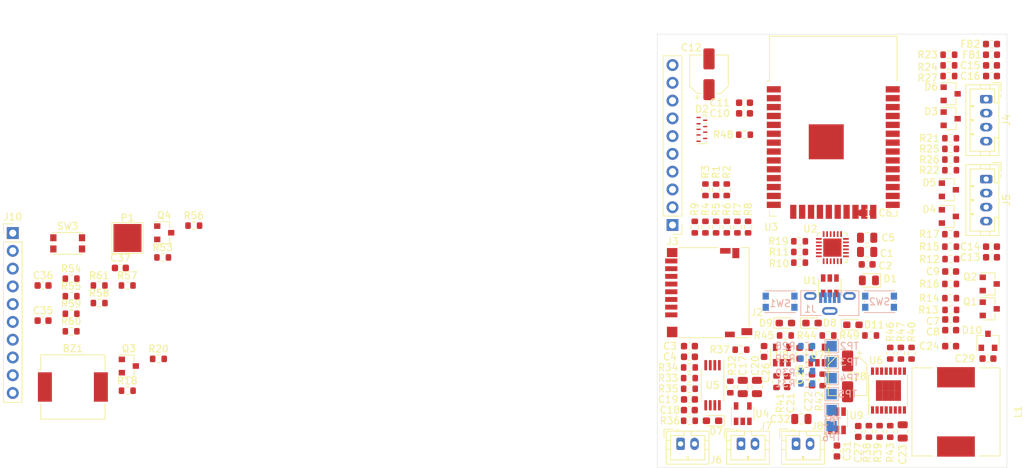
<source format=kicad_pcb>
(kicad_pcb (version 20171130) (host pcbnew "(5.1.8)-1")
  (layers (0 F.Cu signal) (31 B.Cu signal) (34 B.Paste user hide) (35 F.Paste user hide) (36 B.SilkS user hide) (37 F.SilkS user) (38 B.Mask user hide) (39 F.Mask user hide) (44 Edge.Cuts user))
  (net 0 "")
  (net 1 MOTOR_O2)
  (net 2 +10V)
  (net 3 MOTOR_O1)
  (net 4 GND)
  (net 5 +3.3VSW)
  (net 6 +5VUSB)
  (net 7 +3V3)
  (net 8 EN)
  (net 9 +5VIN)
  (net 10 +VBATT)
  (net 11 +VSW)
  (net 12 GNDPWR)
  (net 13 +5VSW)
  (net 14 GND1)
  (net 15 "/Front Panel/R_LCD_3.3V")
  (net 16 FP_TOUCH_BTN)
  (net 17 LCD_MOSI)
  (net 18 LCD_CLK)
  (net 19 LCD_DC)
  (net 20 LCD_RESET)
  (net 21 LCD_CS)
  (net 22 LCD_BL)
  (net 23 CHARGE_STATUS)
  (net 24 /USB_DN)
  (net 25 /USB_DP)
  (net 26 "/Front Panel/R_BTN")
  (net 27 "/Front Panel/R_LCD_MOSI")
  (net 28 "/Front Panel/R_LCD_CLK")
  (net 29 "/Front Panel/R_LCD_DC")
  (net 30 "/Front Panel/R_LCD_RESET")
  (net 31 "/Front Panel/R_LCD_CS")
  (net 32 "/Front Panel/R_LCD_BL")
  (net 33 /RTS)
  (net 34 /DTR)
  (net 35 IO0)
  (net 36 SD_CLK)
  (net 37 SD_CMD)
  (net 38 SD_DAT0)
  (net 39 RXD0)
  (net 40 TXD0)
  (net 41 BEEPER)
  (net 42 TXD1)
  (net 43 EXP)
  (net 44 ALARM_SW)
  (net 45 RXD1)
  (net 46 SHUTDOWN)
  (net 47 N_PWR_LOSS)
  (net 48 PWR_ENABLE)
  (net 49 LOW_BAT)
  (net 50 "Net-(C7-Pad1)")
  (net 51 "Net-(C8-Pad1)")
  (net 52 "Net-(C15-Pad1)")
  (net 53 "Net-(C24-Pad1)")
  (net 54 "Net-(C35-Pad1)")
  (net 55 "Net-(D1-Pad2)")
  (net 56 "Net-(D3-Pad3)")
  (net 57 "Net-(D4-Pad3)")
  (net 58 "Net-(D5-Pad3)")
  (net 59 "Net-(D6-Pad3)")
  (net 60 "Net-(D7-Pad2)")
  (net 61 "Net-(D8-Pad2)")
  (net 62 "Net-(D9-Pad2)")
  (net 63 "Net-(D11-Pad2)")
  (net 64 "Net-(J1-Pad4)")
  (net 65 "Net-(J2-Pad1)")
  (net 66 "Net-(J2-Pad2)")
  (net 67 "Net-(J2-Pad3)")
  (net 68 "Net-(J2-Pad5)")
  (net 69 "Net-(J2-Pad7)")
  (net 70 "Net-(J2-Pad8)")
  (net 71 "Net-(J4-Pad4)")
  (net 72 "Net-(J4-Pad3)")
  (net 73 "Net-(J8-Pad2)")
  (net 74 "Net-(J8-Pad1)")
  (net 75 "Net-(L1-Pad2)")
  (net 76 "Net-(Q1-Pad1)")
  (net 77 "Net-(Q2-Pad1)")
  (net 78 "Net-(BZ1-Pad2)")
  (net 79 "Net-(Q3-Pad1)")
  (net 80 "Net-(Q4-Pad2)")
  (net 81 "Net-(Q4-Pad1)")
  (net 82 "Net-(R10-Pad2)")
  (net 83 "Net-(R11-Pad2)")
  (net 84 "Net-(BZ1-Pad1)")
  (net 85 "Net-(R32-Pad2)")
  (net 86 "Net-(R34-Pad2)")
  (net 87 "Net-(R35-Pad2)")
  (net 88 "Net-(R38-Pad1)")
  (net 89 "Net-(R41-Pad1)")
  (net 90 "Net-(R46-Pad1)")
  (net 91 "Net-(R56-Pad1)")
  (net 92 "Net-(R57-Pad1)")
  (net 93 "Net-(R58-Pad1)")
  (net 94 "Net-(R59-Pad1)")
  (net 95 "Net-(R60-Pad1)")
  (net 96 "Net-(R61-Pad2)")
  (net 97 "Net-(U1-Pad3)")
  (net 98 "Net-(U1-Pad1)")
  (net 99 "Net-(U2-Pad24)")
  (net 100 "Net-(U2-Pad22)")
  (net 101 "Net-(U2-Pad18)")
  (net 102 "Net-(U2-Pad17)")
  (net 103 "Net-(U2-Pad16)")
  (net 104 "Net-(U2-Pad15)")
  (net 105 "Net-(U2-Pad14)")
  (net 106 "Net-(U2-Pad13)")
  (net 107 "Net-(U2-Pad12)")
  (net 108 "Net-(U2-Pad11)")
  (net 109 "Net-(U2-Pad10)")
  (net 110 "Net-(U2-Pad9)")
  (net 111 "Net-(U2-Pad1)")
  (net 112 "Net-(U3-Pad32)")
  (net 113 "Net-(U3-Pad22)")
  (net 114 "Net-(U3-Pad21)")
  (net 115 "Net-(U3-Pad20)")
  (net 116 "Net-(U3-Pad19)")
  (net 117 "Net-(U3-Pad18)")
  (net 118 "Net-(U3-Pad17)")
  (net 119 "Net-(U3-Pad5)")
  (net 120 "Net-(U3-Pad4)")
  (net 121 "Net-(U6-Pad16)")
  (net 122 "Net-(U7-Pad4)")
  (net 123 "Net-(U8-Pad4)")
  (net 124 "/Front Panel/R_BEEPER")
  (module Resistor_SMD:R_0603_1608Metric (layer F.Cu) (at 89.7 135.426)
    (fp_text reference R20 (at 0 -1.43) (layer F.SilkS))
    (fp_text value 100)
    (pad 2 smd roundrect (at 0.825 0) (size 0.8 0.95) (layers F.Cu F.Paste F.Mask) (net 84 "Net-(BZ1-Pad1)"))
    (pad 1 smd roundrect (at -0.825 0) (size 0.8 0.95) (layers F.Cu F.Paste F.Mask) (net 15 "/Front Panel/R_LCD_3.3V"))
  )
  (module Resistor_SMD:R_0603_1608Metric (layer F.Cu) (at 85.25 139.976)
    (fp_text reference R18 (at 0 -1.43) (layer F.SilkS))
    (fp_text value 1K)
    (pad 2 smd roundrect (at 0.825 0) (size 0.8 0.95) (layers F.Cu F.Paste F.Mask) (net 124 "/Front Panel/R_BEEPER"))
    (pad 1 smd roundrect (at -0.825 0) (size 0.8 0.95) (layers F.Cu F.Paste F.Mask) (net 79 "Net-(Q3-Pad1)"))
  )
  (module Package_TO_SOT_SMD:SOT-23 (layer F.Cu) (at 85.47 136.446)
    (fp_text reference Q3 (at 0 -2.5) (layer F.SilkS))
    (fp_text value 2N7002)
    (pad 3 smd rect (at 1 0) (size 0.9 0.8) (layers F.Cu F.Paste F.Mask) (net 78 "Net-(BZ1-Pad2)"))
    (pad 2 smd rect (at -1 0.95) (size 0.9 0.8) (layers F.Cu F.Paste F.Mask) (net 4 GND))
    (pad 1 smd rect (at -1 -0.95) (size 0.9 0.8) (layers F.Cu F.Paste F.Mask) (net 79 "Net-(Q3-Pad1)"))
  )
  (module Buzzer_Beeper:Buzzer_CUI_CPT-9019S-SMT (layer F.Cu) (at 77.47 139.446)
    (fp_text reference BZ1 (at 0 -5.5) (layer F.SilkS))
    (fp_text value Buzzer)
    (pad 2 smd rect (at 4 0) (size 2 4.2) (layers F.Cu F.Paste F.Mask) (net 78 "Net-(BZ1-Pad2)"))
    (pad 1 smd rect (at -4 0) (size 2 4.2) (layers F.Cu F.Paste F.Mask) (net 84 "Net-(BZ1-Pad1)"))
  )
  (module Connector_JST:JST_PH_B2B-PH-K_1x02_P2.00mm_Vertical (layer F.Cu) (at 180.848 147.574)
    (fp_text reference J8 (at 3.048 -2.54) (layer F.SilkS))
    (fp_text value Conn_01x02)
    (pad 2 thru_hole oval (at 2 0) (size 1.2 1.75) (drill 0.75) (layers *.Cu *.Mask) (net 73 "Net-(J8-Pad2)"))
    (pad 1 thru_hole roundrect (at 0 0) (size 1.2 1.75) (drill 0.75) (layers *.Cu *.Mask) (roundrect_rratio 0.208333) (net 74 "Net-(J8-Pad1)"))
  )
  (module Connector_JST:JST_PH_B2B-PH-K_1x02_P2.00mm_Vertical (layer F.Cu) (at 172.974 147.574)
    (fp_text reference J7 (at 3.556 -2.54) (layer F.SilkS))
    (fp_text value Conn_01x02)
    (pad 2 thru_hole oval (at 2 0) (size 1.2 1.75) (drill 0.75) (layers *.Cu *.Mask) (net 10 +VBATT))
    (pad 1 thru_hole roundrect (at 0 0) (size 1.2 1.75) (drill 0.75) (layers *.Cu *.Mask) (roundrect_rratio 0.208333) (net 4 GND))
  )
  (module Connector_JST:JST_PH_B2B-PH-K_1x02_P2.00mm_Vertical (layer F.Cu) (at 164.338 147.574)
    (fp_text reference J6 (at 5.08 2.286) (layer F.SilkS))
    (fp_text value Conn_01x02)
    (pad 2 thru_hole oval (at 2 0) (size 1.2 1.75) (drill 0.75) (layers *.Cu *.Mask) (net 9 +5VIN))
    (pad 1 thru_hole roundrect (at 0 0) (size 1.2 1.75) (drill 0.75) (layers *.Cu *.Mask) (roundrect_rratio 0.208333) (net 4 GND))
  )
  (module Connector_JST:JST_PH_B4B-PH-K_1x04_P2.00mm_Vertical (layer F.Cu) (at 208.026 109.728 270)
    (fp_text reference J5 (at 3 -2.9 90) (layer F.SilkS))
    (fp_text value Conn_01x04)
    (pad 4 thru_hole oval (at 6 0 270) (size 1.2 1.75) (drill 0.75) (layers *.Cu *.Mask) (net 4 GND))
    (pad 3 thru_hole oval (at 4 0 270) (size 1.2 1.75) (drill 0.75) (layers *.Cu *.Mask) (net 7 +3V3))
    (pad 2 thru_hole oval (at 2 0 270) (size 1.2 1.75) (drill 0.75) (layers *.Cu *.Mask) (net 57 "Net-(D4-Pad3)"))
    (pad 1 thru_hole roundrect (at 0 0 270) (size 1.2 1.75) (drill 0.75) (layers *.Cu *.Mask) (roundrect_rratio 0.208333) (net 58 "Net-(D5-Pad3)"))
  )
  (module Connector_JST:JST_PH_B4B-PH-K_1x04_P2.00mm_Vertical (layer F.Cu) (at 208.026 98.298 270)
    (fp_text reference J4 (at 3 -2.9 90) (layer F.SilkS))
    (fp_text value Conn_01x04)
    (pad 4 thru_hole oval (at 6 0 270) (size 1.2 1.75) (drill 0.75) (layers *.Cu *.Mask) (net 71 "Net-(J4-Pad4)"))
    (pad 3 thru_hole oval (at 4 0 270) (size 1.2 1.75) (drill 0.75) (layers *.Cu *.Mask) (net 72 "Net-(J4-Pad3)"))
    (pad 2 thru_hole oval (at 2 0 270) (size 1.2 1.75) (drill 0.75) (layers *.Cu *.Mask) (net 52 "Net-(C15-Pad1)"))
    (pad 1 thru_hole roundrect (at 0 0 270) (size 1.2 1.75) (drill 0.75) (layers *.Cu *.Mask) (roundrect_rratio 0.208333) (net 4 GND))
  )
  (module Button_Switch_SMD:SW_Push_1P1T_NO_CK_KMR2 (layer F.Cu) (at 76.727001 118.910001)
    (fp_text reference SW3 (at 0 -2.45) (layer F.SilkS))
    (fp_text value "SW_Push (OPTION)")
    (pad 2 smd rect (at 2.05 0.8) (size 0.9 1) (layers F.Cu F.Paste F.Mask) (net 54 "Net-(C35-Pad1)"))
    (pad 1 smd rect (at 2.05 -0.8) (size 0.9 1) (layers F.Cu F.Paste F.Mask) (net 14 GND1))
    (pad 2 smd rect (at -2.05 0.8) (size 0.9 1) (layers F.Cu F.Paste F.Mask) (net 54 "Net-(C35-Pad1)"))
    (pad 1 smd rect (at -2.05 -0.8) (size 0.9 1) (layers F.Cu F.Paste F.Mask) (net 14 GND1))
  )
  (module Button_Switch_SMD:SW_Push_1P1T_NO_CK_KMR2 (layer B.Cu) (at 192.786 127.254)
    (fp_text reference SW2 (at 0 0) (layer B.SilkS) (effects (justify mirror)))
    (fp_text value SW_Push)
    (pad 2 smd rect (at 2.05 -0.8) (size 0.9 1) (layers B.Cu B.Paste B.Mask) (net 51 "Net-(C8-Pad1)"))
    (pad 1 smd rect (at 2.05 0.8) (size 0.9 1) (layers B.Cu B.Paste B.Mask) (net 4 GND))
    (pad 2 smd rect (at -2.05 -0.8) (size 0.9 1) (layers B.Cu B.Paste B.Mask) (net 51 "Net-(C8-Pad1)"))
    (pad 1 smd rect (at -2.05 0.8) (size 0.9 1) (layers B.Cu B.Paste B.Mask) (net 4 GND))
  )
  (module Button_Switch_SMD:SW_Push_1P1T_NO_CK_KMR2 (layer B.Cu) (at 178.562 127.254)
    (fp_text reference SW1 (at 0 0.254) (layer B.SilkS) (effects (justify mirror)))
    (fp_text value SW_Push)
    (pad 2 smd rect (at 2.05 -0.8) (size 0.9 1) (layers B.Cu B.Paste B.Mask) (net 50 "Net-(C7-Pad1)"))
    (pad 1 smd rect (at 2.05 0.8) (size 0.9 1) (layers B.Cu B.Paste B.Mask) (net 4 GND))
    (pad 2 smd rect (at -2.05 -0.8) (size 0.9 1) (layers B.Cu B.Paste B.Mask) (net 50 "Net-(C7-Pad1)"))
    (pad 1 smd rect (at -2.05 0.8) (size 0.9 1) (layers B.Cu B.Paste B.Mask) (net 4 GND))
  )
  (module Diode_SMD:D_0805_2012Metric (layer F.Cu) (at 191.262 124.206 180)
    (fp_text reference D1 (at -3.048 0.254) (layer F.SilkS))
    (fp_text value 1N5819)
    (pad 2 smd roundrect (at 0.9375 0 180) (size 0.975 1.4) (layers F.Cu F.Paste F.Mask) (net 55 "Net-(D1-Pad2)"))
    (pad 1 smd roundrect (at -0.9375 0 180) (size 0.975 1.4) (layers F.Cu F.Paste F.Mask) (net 6 +5VUSB))
  )
  (module Package_TO_SOT_SMD:SOT-23 (layer F.Cu) (at 208.534 124.714)
    (fp_text reference Q2 (at -2.794 -1.016) (layer F.SilkS))
    (fp_text value MMBT3904)
    (pad 3 smd rect (at 1 0) (size 0.9 0.8) (layers F.Cu F.Paste F.Mask) (net 35 IO0))
    (pad 2 smd rect (at -1 0.95) (size 0.9 0.8) (layers F.Cu F.Paste F.Mask) (net 34 /DTR))
    (pad 1 smd rect (at -1 -0.95) (size 0.9 0.8) (layers F.Cu F.Paste F.Mask) (net 77 "Net-(Q2-Pad1)"))
  )
  (module Package_TO_SOT_SMD:SOT-23 (layer F.Cu) (at 208.534 128.27)
    (fp_text reference Q1 (at -2.794 -1.016) (layer F.SilkS))
    (fp_text value MMBT3904)
    (pad 3 smd rect (at 1 0) (size 0.9 0.8) (layers F.Cu F.Paste F.Mask) (net 8 EN))
    (pad 2 smd rect (at -1 0.95) (size 0.9 0.8) (layers F.Cu F.Paste F.Mask) (net 33 /RTS))
    (pad 1 smd rect (at -1 -0.95) (size 0.9 0.8) (layers F.Cu F.Paste F.Mask) (net 76 "Net-(Q1-Pad1)"))
  )
  (module Package_TO_SOT_SMD:TSOT-23-6 (layer F.Cu) (at 186.69 144.272 270)
    (fp_text reference U9 (at -0.762 -2.794 180) (layer F.SilkS))
    (fp_text value MP6513)
    (pad 6 smd rect (at 1.31 -0.95 270) (size 1.22 0.65) (layers F.Cu F.Paste F.Mask) (net 74 "Net-(J8-Pad1)"))
    (pad 5 smd rect (at 1.31 0 270) (size 1.22 0.65) (layers F.Cu F.Paste F.Mask) (net 13 +5VSW))
    (pad 4 smd rect (at 1.31 0.95 270) (size 1.22 0.65) (layers F.Cu F.Paste F.Mask) (net 73 "Net-(J8-Pad2)"))
    (pad 3 smd rect (at -1.31 0.95 270) (size 1.22 0.65) (layers F.Cu F.Paste F.Mask) (net 1 MOTOR_O2))
    (pad 2 smd rect (at -1.31 0 270) (size 1.22 0.65) (layers F.Cu F.Paste F.Mask) (net 4 GND))
    (pad 1 smd rect (at -1.31 -0.95 270) (size 1.22 0.65) (layers F.Cu F.Paste F.Mask) (net 3 MOTOR_O1))
  )
  (module Package_TO_SOT_SMD:SOT-23-5 (layer F.Cu) (at 178.816 134.874 90)
    (fp_text reference U8 (at 0 0 180) (layer F.SilkS))
    (fp_text value AP2112K-3.3)
    (pad 5 smd rect (at 1.1 -0.95 90) (size 1.06 0.65) (layers F.Cu F.Paste F.Mask) (net 7 +3V3))
    (pad 4 smd rect (at 1.1 0.95 90) (size 1.06 0.65) (layers F.Cu F.Paste F.Mask) (net 123 "Net-(U8-Pad4)"))
    (pad 3 smd rect (at -1.1 0.95 90) (size 1.06 0.65) (layers F.Cu F.Paste F.Mask) (net 89 "Net-(R41-Pad1)"))
    (pad 2 smd rect (at -1.1 0 90) (size 1.06 0.65) (layers F.Cu F.Paste F.Mask) (net 4 GND))
    (pad 1 smd rect (at -1.1 -0.95 90) (size 1.06 0.65) (layers F.Cu F.Paste F.Mask) (net 11 +VSW))
  )
  (module Package_TO_SOT_SMD:SOT-23-5 (layer F.Cu) (at 183.896 134.874 90)
    (fp_text reference U7 (at 0 0) (layer F.SilkS))
    (fp_text value AP2112K-3.3)
    (pad 5 smd rect (at 1.1 -0.95 90) (size 1.06 0.65) (layers F.Cu F.Paste F.Mask) (net 5 +3.3VSW))
    (pad 4 smd rect (at 1.1 0.95 90) (size 1.06 0.65) (layers F.Cu F.Paste F.Mask) (net 122 "Net-(U7-Pad4)"))
    (pad 3 smd rect (at -1.1 0.95 90) (size 1.06 0.65) (layers F.Cu F.Paste F.Mask) (net 48 PWR_ENABLE))
    (pad 2 smd rect (at -1.1 0 90) (size 1.06 0.65) (layers F.Cu F.Paste F.Mask) (net 4 GND))
    (pad 1 smd rect (at -1.1 -0.95 90) (size 1.06 0.65) (layers F.Cu F.Paste F.Mask) (net 11 +VSW))
  )
  (module Package_SO:TSSOP-16-1EP_4.4x5mm_P0.65mm (layer F.Cu) (at 194.056 139.954 90)
    (fp_text reference U6 (at 4.318 -1.778 180) (layer F.SilkS))
    (fp_text value TPS61032PWP)
    (pad 17 smd rect (at -0.735 -1.3425 90) (size 1.47 0.895) (layers F.Cu F.Paste F.Mask))
    (pad 17 smd rect (at -0.735 -0.4475 90) (size 1.47 0.895) (layers F.Cu F.Paste F.Mask))
    (pad 17 smd rect (at -0.735 0.4475 90) (size 1.47 0.895) (layers F.Cu F.Paste F.Mask))
    (pad 17 smd rect (at -0.735 1.3425 90) (size 1.47 0.895) (layers F.Cu F.Paste F.Mask))
    (pad 17 smd rect (at 0.735 -1.3425 90) (size 1.47 0.895) (layers F.Cu F.Paste F.Mask))
    (pad 17 smd rect (at 0.735 -0.4475 90) (size 1.47 0.895) (layers F.Cu F.Paste F.Mask))
    (pad 17 smd rect (at 0.735 0.4475 90) (size 1.47 0.895) (layers F.Cu F.Paste F.Mask))
    (pad 17 smd rect (at 0.735 1.3425 90) (size 1.47 0.895) (layers F.Cu F.Paste F.Mask))
    (pad 16 smd rect (at 2.775 -2.275 90) (size 1.05 0.45) (layers F.Cu F.Paste F.Mask) (net 121 "Net-(U6-Pad16)"))
    (pad 15 smd rect (at 2.775 -1.625 90) (size 1.05 0.45) (layers F.Cu F.Paste F.Mask) (net 13 +5VSW))
    (pad 14 smd rect (at 2.775 -0.975 90) (size 1.05 0.45) (layers F.Cu F.Paste F.Mask) (net 13 +5VSW))
    (pad 13 smd rect (at 2.775 -0.325 90) (size 1.05 0.45) (layers F.Cu F.Paste F.Mask) (net 13 +5VSW))
    (pad 12 smd rect (at 2.775 0.325 90) (size 1.05 0.45) (layers F.Cu F.Paste F.Mask) (net 90 "Net-(R46-Pad1)"))
    (pad 11 smd rect (at 2.775 0.975 90) (size 1.05 0.45) (layers F.Cu F.Paste F.Mask) (net 4 GND))
    (pad 10 smd rect (at 2.775 1.625 90) (size 1.05 0.45) (layers F.Cu F.Paste F.Mask) (net 49 LOW_BAT))
    (pad 9 smd rect (at 2.775 2.275 90) (size 1.05 0.45) (layers F.Cu F.Paste F.Mask) (net 48 PWR_ENABLE))
    (pad 8 smd rect (at -2.775 2.275 90) (size 1.05 0.45) (layers F.Cu F.Paste F.Mask) (net 4 GND))
    (pad 7 smd rect (at -2.775 1.625 90) (size 1.05 0.45) (layers F.Cu F.Paste F.Mask) (net 88 "Net-(R38-Pad1)"))
    (pad 6 smd rect (at -2.775 0.975 90) (size 1.05 0.45) (layers F.Cu F.Paste F.Mask) (net 11 +VSW))
    (pad 5 smd rect (at -2.775 0.325 90) (size 1.05 0.45) (layers F.Cu F.Paste F.Mask) (net 12 GNDPWR))
    (pad 4 smd rect (at -2.775 -0.325 90) (size 1.05 0.45) (layers F.Cu F.Paste F.Mask) (net 12 GNDPWR))
    (pad 3 smd rect (at -2.775 -0.975 90) (size 1.05 0.45) (layers F.Cu F.Paste F.Mask) (net 12 GNDPWR))
    (pad 2 smd rect (at -2.775 -1.625 90) (size 1.05 0.45) (layers F.Cu F.Paste F.Mask) (net 75 "Net-(L1-Pad2)"))
    (pad 1 smd rect (at -2.775 -2.275 90) (size 1.05 0.45) (layers F.Cu F.Paste F.Mask) (net 75 "Net-(L1-Pad2)"))
  )
  (module Package_SO:TSSOP-8_4.4x3mm_P0.65mm (layer F.Cu) (at 168.91 139.192 270)
    (fp_text reference U5 (at 0 0) (layer F.SilkS))
    (fp_text value TPS2115A)
    (pad 8 smd roundrect (at 2.8625 -0.975 270) (size 1.475 0.4) (layers F.Cu F.Paste F.Mask) (net 10 +VBATT))
    (pad 7 smd roundrect (at 2.8625 -0.325 270) (size 1.475 0.4) (layers F.Cu F.Paste F.Mask) (net 11 +VSW))
    (pad 6 smd roundrect (at 2.8625 0.325 270) (size 1.475 0.4) (layers F.Cu F.Paste F.Mask) (net 9 +5VIN))
    (pad 5 smd roundrect (at 2.8625 0.975 270) (size 1.475 0.4) (layers F.Cu F.Paste F.Mask) (net 4 GND))
    (pad 4 smd roundrect (at -2.8625 0.975 270) (size 1.475 0.4) (layers F.Cu F.Paste F.Mask) (net 87 "Net-(R35-Pad2)"))
    (pad 3 smd roundrect (at -2.8625 0.325 270) (size 1.475 0.4) (layers F.Cu F.Paste F.Mask) (net 86 "Net-(R34-Pad2)"))
    (pad 2 smd roundrect (at -2.8625 -0.325 270) (size 1.475 0.4) (layers F.Cu F.Paste F.Mask) (net 46 SHUTDOWN))
    (pad 1 smd roundrect (at -2.8625 -0.975 270) (size 1.475 0.4) (layers F.Cu F.Paste F.Mask) (net 47 N_PWR_LOSS))
  )
  (module Package_TO_SOT_SMD:SOT-23-5 (layer F.Cu) (at 173.228 143.256 90)
    (fp_text reference U4 (at 0 2.794 180) (layer F.SilkS))
    (fp_text value MCP73832-2-OT)
    (pad 5 smd rect (at 1.1 -0.95 90) (size 1.06 0.65) (layers F.Cu F.Paste F.Mask) (net 85 "Net-(R32-Pad2)"))
    (pad 4 smd rect (at 1.1 0.95 90) (size 1.06 0.65) (layers F.Cu F.Paste F.Mask) (net 9 +5VIN))
    (pad 3 smd rect (at -1.1 0.95 90) (size 1.06 0.65) (layers F.Cu F.Paste F.Mask) (net 10 +VBATT))
    (pad 2 smd rect (at -1.1 0 90) (size 1.06 0.65) (layers F.Cu F.Paste F.Mask) (net 4 GND))
    (pad 1 smd rect (at -1.1 -0.95 90) (size 1.06 0.65) (layers F.Cu F.Paste F.Mask) (net 23 CHARGE_STATUS))
  )
  (module RF_Module:ESP32-WROOM-32 (layer F.Cu) (at 186.166 105.149)
    (fp_text reference U3 (at -8.874 11.437 180) (layer F.SilkS))
    (fp_text value ESP32-WROOM-32)
    (pad 38 smd rect (at 8.5 -8.255) (size 2 0.9) (layers F.Cu F.Paste F.Mask) (net 4 GND))
    (pad 37 smd rect (at 8.5 -6.985) (size 2 0.9) (layers F.Cu F.Paste F.Mask) (net 17 LCD_MOSI))
    (pad 36 smd rect (at 8.5 -5.715) (size 2 0.9) (layers F.Cu F.Paste F.Mask) (net 44 ALARM_SW))
    (pad 35 smd rect (at 8.5 -4.445) (size 2 0.9) (layers F.Cu F.Paste F.Mask) (net 40 TXD0))
    (pad 34 smd rect (at 8.5 -3.175) (size 2 0.9) (layers F.Cu F.Paste F.Mask) (net 39 RXD0))
    (pad 33 smd rect (at 8.5 -1.905) (size 2 0.9) (layers F.Cu F.Paste F.Mask) (net 41 BEEPER))
    (pad 32 smd rect (at 8.5 -0.635) (size 2 0.9) (layers F.Cu F.Paste F.Mask) (net 112 "Net-(U3-Pad32)"))
    (pad 31 smd rect (at 8.5 0.635) (size 2 0.9) (layers F.Cu F.Paste F.Mask) (net 48 PWR_ENABLE))
    (pad 30 smd rect (at 8.5 1.905) (size 2 0.9) (layers F.Cu F.Paste F.Mask) (net 18 LCD_CLK))
    (pad 29 smd rect (at 8.5 3.175) (size 2 0.9) (layers F.Cu F.Paste F.Mask) (net 21 LCD_CS))
    (pad 28 smd rect (at 8.5 4.445) (size 2 0.9) (layers F.Cu F.Paste F.Mask) (net 42 TXD1))
    (pad 27 smd rect (at 8.5 5.715) (size 2 0.9) (layers F.Cu F.Paste F.Mask) (net 45 RXD1))
    (pad 26 smd rect (at 8.5 6.985) (size 2 0.9) (layers F.Cu F.Paste F.Mask) (net 43 EXP))
    (pad 25 smd rect (at 8.5 8.255) (size 2 0.9) (layers F.Cu F.Paste F.Mask) (net 35 IO0))
    (pad 24 smd rect (at 5.715 9.255 90) (size 2 0.9) (layers F.Cu F.Paste F.Mask) (net 38 SD_DAT0))
    (pad 23 smd rect (at 4.445 9.255 90) (size 2 0.9) (layers F.Cu F.Paste F.Mask) (net 37 SD_CMD))
    (pad 22 smd rect (at 3.175 9.255 90) (size 2 0.9) (layers F.Cu F.Paste F.Mask) (net 113 "Net-(U3-Pad22)"))
    (pad 21 smd rect (at 1.905 9.255 90) (size 2 0.9) (layers F.Cu F.Paste F.Mask) (net 114 "Net-(U3-Pad21)"))
    (pad 20 smd rect (at 0.635 9.255 90) (size 2 0.9) (layers F.Cu F.Paste F.Mask) (net 115 "Net-(U3-Pad20)"))
    (pad 19 smd rect (at -0.635 9.255 90) (size 2 0.9) (layers F.Cu F.Paste F.Mask) (net 116 "Net-(U3-Pad19)"))
    (pad 18 smd rect (at -1.905 9.255 90) (size 2 0.9) (layers F.Cu F.Paste F.Mask) (net 117 "Net-(U3-Pad18)"))
    (pad 17 smd rect (at -3.175 9.255 90) (size 2 0.9) (layers F.Cu F.Paste F.Mask) (net 118 "Net-(U3-Pad17)"))
    (pad 16 smd rect (at -4.445 9.255 90) (size 2 0.9) (layers F.Cu F.Paste F.Mask) (net 16 FP_TOUCH_BTN))
    (pad 15 smd rect (at -5.715 9.255 90) (size 2 0.9) (layers F.Cu F.Paste F.Mask) (net 4 GND))
    (pad 14 smd rect (at -8.5 8.255) (size 2 0.9) (layers F.Cu F.Paste F.Mask) (net 46 SHUTDOWN))
    (pad 13 smd rect (at -8.5 6.985) (size 2 0.9) (layers F.Cu F.Paste F.Mask) (net 36 SD_CLK))
    (pad 12 smd rect (at -8.5 5.715) (size 2 0.9) (layers F.Cu F.Paste F.Mask) (net 19 LCD_DC))
    (pad 11 smd rect (at -8.5 4.445) (size 2 0.9) (layers F.Cu F.Paste F.Mask) (net 1 MOTOR_O2))
    (pad 10 smd rect (at -8.5 3.175) (size 2 0.9) (layers F.Cu F.Paste F.Mask) (net 3 MOTOR_O1))
    (pad 9 smd rect (at -8.5 1.905) (size 2 0.9) (layers F.Cu F.Paste F.Mask) (net 22 LCD_BL))
    (pad 8 smd rect (at -8.5 0.635) (size 2 0.9) (layers F.Cu F.Paste F.Mask) (net 20 LCD_RESET))
    (pad 7 smd rect (at -8.5 -0.635) (size 2 0.9) (layers F.Cu F.Paste F.Mask) (net 47 N_PWR_LOSS))
    (pad 6 smd rect (at -8.5 -1.905) (size 2 0.9) (layers F.Cu F.Paste F.Mask) (net 49 LOW_BAT))
    (pad 5 smd rect (at -8.5 -3.175) (size 2 0.9) (layers F.Cu F.Paste F.Mask) (net 119 "Net-(U3-Pad5)"))
    (pad 4 smd rect (at -8.5 -4.445) (size 2 0.9) (layers F.Cu F.Paste F.Mask) (net 120 "Net-(U3-Pad4)"))
    (pad 3 smd rect (at -8.5 -5.715) (size 2 0.9) (layers F.Cu F.Paste F.Mask) (net 8 EN))
    (pad 2 smd rect (at -8.5 -6.985) (size 2 0.9) (layers F.Cu F.Paste F.Mask) (net 7 +3V3))
    (pad 1 smd rect (at -8.5 -8.255) (size 2 0.9) (layers F.Cu F.Paste F.Mask) (net 4 GND))
    (pad 39 smd rect (at -1 -0.755) (size 5 5) (layers F.Cu F.Paste F.Mask) (net 4 GND))
  )
  (module Package_DFN_QFN:QFN-24-1EP_4x4mm_P0.5mm_EP2.6x2.6mm (layer F.Cu) (at 186.04 119.522 90)
    (fp_text reference U2 (at 2.682 -3.16 180) (layer F.SilkS))
    (fp_text value CP2102N-A01-GQFN24)
    (pad 25 smd rect (at 0 0 90) (size 2.6 2.6) (layers F.Cu F.Mask) (net 4 GND))
    (pad 24 smd roundrect (at -1.25 -1.9375 90) (size 0.25 0.825) (layers F.Cu F.Paste F.Mask) (net 99 "Net-(U2-Pad24)"))
    (pad 23 smd roundrect (at -0.75 -1.9375 90) (size 0.25 0.825) (layers F.Cu F.Paste F.Mask) (net 34 /DTR))
    (pad 22 smd roundrect (at -0.25 -1.9375 90) (size 0.25 0.825) (layers F.Cu F.Paste F.Mask) (net 100 "Net-(U2-Pad22)"))
    (pad 21 smd roundrect (at 0.25 -1.9375 90) (size 0.25 0.825) (layers F.Cu F.Paste F.Mask) (net 82 "Net-(R10-Pad2)"))
    (pad 20 smd roundrect (at 0.75 -1.9375 90) (size 0.25 0.825) (layers F.Cu F.Paste F.Mask) (net 83 "Net-(R11-Pad2)"))
    (pad 19 smd roundrect (at 1.25 -1.9375 90) (size 0.25 0.825) (layers F.Cu F.Paste F.Mask) (net 33 /RTS))
    (pad 18 smd roundrect (at 1.9375 -1.25 90) (size 0.825 0.25) (layers F.Cu F.Paste F.Mask) (net 101 "Net-(U2-Pad18)"))
    (pad 17 smd roundrect (at 1.9375 -0.75 90) (size 0.825 0.25) (layers F.Cu F.Paste F.Mask) (net 102 "Net-(U2-Pad17)"))
    (pad 16 smd roundrect (at 1.9375 -0.25 90) (size 0.825 0.25) (layers F.Cu F.Paste F.Mask) (net 103 "Net-(U2-Pad16)"))
    (pad 15 smd roundrect (at 1.9375 0.25 90) (size 0.825 0.25) (layers F.Cu F.Paste F.Mask) (net 104 "Net-(U2-Pad15)"))
    (pad 14 smd roundrect (at 1.9375 0.75 90) (size 0.825 0.25) (layers F.Cu F.Paste F.Mask) (net 105 "Net-(U2-Pad14)"))
    (pad 13 smd roundrect (at 1.9375 1.25 90) (size 0.825 0.25) (layers F.Cu F.Paste F.Mask) (net 106 "Net-(U2-Pad13)"))
    (pad 12 smd roundrect (at 1.25 1.9375 90) (size 0.25 0.825) (layers F.Cu F.Paste F.Mask) (net 107 "Net-(U2-Pad12)"))
    (pad 11 smd roundrect (at 0.75 1.9375 90) (size 0.25 0.825) (layers F.Cu F.Paste F.Mask) (net 108 "Net-(U2-Pad11)"))
    (pad 10 smd roundrect (at 0.25 1.9375 90) (size 0.25 0.825) (layers F.Cu F.Paste F.Mask) (net 109 "Net-(U2-Pad10)"))
    (pad 9 smd roundrect (at -0.25 1.9375 90) (size 0.25 0.825) (layers F.Cu F.Paste F.Mask) (net 110 "Net-(U2-Pad9)"))
    (pad 8 smd roundrect (at -0.75 1.9375 90) (size 0.25 0.825) (layers F.Cu F.Paste F.Mask) (net 6 +5VUSB))
    (pad 7 smd roundrect (at -1.25 1.9375 90) (size 0.25 0.825) (layers F.Cu F.Paste F.Mask) (net 7 +3V3))
    (pad 6 smd roundrect (at -1.9375 1.25 90) (size 0.825 0.25) (layers F.Cu F.Paste F.Mask) (net 7 +3V3))
    (pad 5 smd roundrect (at -1.9375 0.75 90) (size 0.825 0.25) (layers F.Cu F.Paste F.Mask) (net 7 +3V3))
    (pad 4 smd roundrect (at -1.9375 0.25 90) (size 0.825 0.25) (layers F.Cu F.Paste F.Mask) (net 24 /USB_DN))
    (pad 3 smd roundrect (at -1.9375 -0.25 90) (size 0.825 0.25) (layers F.Cu F.Paste F.Mask) (net 25 /USB_DP))
    (pad 2 smd roundrect (at -1.9375 -0.75 90) (size 0.825 0.25) (layers F.Cu F.Paste F.Mask) (net 4 GND))
    (pad 1 smd roundrect (at -1.9375 -1.25 90) (size 0.825 0.25) (layers F.Cu F.Paste F.Mask) (net 111 "Net-(U2-Pad1)"))
  )
  (module Package_TO_SOT_SMD:SOT-23-6 (layer F.Cu) (at 185.674 124.968 90)
    (fp_text reference U1 (at 0.762 -2.794 180) (layer F.SilkS))
    (fp_text value SN65220)
    (pad 5 smd rect (at 1.1 0 90) (size 1.06 0.65) (layers F.Cu F.Paste F.Mask) (net 4 GND))
    (pad 6 smd rect (at 1.1 -0.95 90) (size 1.06 0.65) (layers F.Cu F.Paste F.Mask) (net 25 /USB_DP))
    (pad 4 smd rect (at 1.1 0.95 90) (size 1.06 0.65) (layers F.Cu F.Paste F.Mask) (net 24 /USB_DN))
    (pad 3 smd rect (at -1.1 0.95 90) (size 1.06 0.65) (layers F.Cu F.Paste F.Mask) (net 97 "Net-(U1-Pad3)"))
    (pad 2 smd rect (at -1.1 0 90) (size 1.06 0.65) (layers F.Cu F.Paste F.Mask) (net 4 GND))
    (pad 1 smd rect (at -1.1 -0.95 90) (size 1.06 0.65) (layers F.Cu F.Paste F.Mask) (net 98 "Net-(U1-Pad1)"))
  )
  (module TestPoint:TestPoint_Pad_1.5x1.5mm (layer B.Cu) (at 185.928 145.034)
    (fp_text reference TP6 (at 0 1.648) (layer B.SilkS) (effects (justify mirror)))
    (fp_text value TestPoint)
    (pad 1 smd rect (at 0 0) (size 1.5 1.5) (layers B.Cu B.Mask) (net 10 +VBATT))
  )
  (module TestPoint:TestPoint_Pad_1.5x1.5mm (layer B.Cu) (at 185.928 140.462)
    (fp_text reference TP5 (at 2.286 0) (layer B.SilkS) (effects (justify mirror)))
    (fp_text value TestPoint)
    (pad 1 smd rect (at 0 0) (size 1.5 1.5) (layers B.Cu B.Mask) (net 5 +3.3VSW))
  )
  (module TestPoint:TestPoint_Pad_1.5x1.5mm (layer B.Cu) (at 185.928 138.176)
    (fp_text reference TP4 (at 2.54 0) (layer B.SilkS) (effects (justify mirror)))
    (fp_text value TestPoint)
    (pad 1 smd rect (at 0 0) (size 1.5 1.5) (layers B.Cu B.Mask) (net 13 +5VSW))
  )
  (module TestPoint:TestPoint_Pad_1.5x1.5mm (layer B.Cu) (at 185.928 135.89)
    (fp_text reference TP3 (at 2.54 0) (layer B.SilkS) (effects (justify mirror)))
    (fp_text value TestPoint)
    (pad 1 smd rect (at 0 0) (size 1.5 1.5) (layers B.Cu B.Mask) (net 11 +VSW))
  )
  (module TestPoint:TestPoint_Pad_1.5x1.5mm (layer B.Cu) (at 185.928 133.604)
    (fp_text reference TP2 (at 2.54 0) (layer B.SilkS) (effects (justify mirror)))
    (fp_text value TestPoint)
    (pad 1 smd rect (at 0 0) (size 1.5 1.5) (layers B.Cu B.Mask) (net 9 +5VIN))
  )
  (module TestPoint:TestPoint_Pad_1.5x1.5mm (layer B.Cu) (at 185.928 142.748)
    (fp_text reference TP1 (at 0 1.648) (layer B.SilkS) (effects (justify mirror)))
    (fp_text value TestPoint)
    (pad 1 smd rect (at 0 0) (size 1.5 1.5) (layers B.Cu B.Mask) (net 7 +3V3))
  )
  (module Resistor_SMD:R_0603_1608Metric (layer F.Cu) (at 81.227001 124.935001)
    (fp_text reference R61 (at 0 -1.43) (layer F.SilkS))
    (fp_text value 220)
    (pad 2 smd roundrect (at 0.825 0) (size 0.8 0.95) (layers F.Cu F.Paste F.Mask) (net 96 "Net-(R61-Pad2)"))
    (pad 1 smd roundrect (at -0.825 0) (size 0.8 0.95) (layers F.Cu F.Paste F.Mask) (net 80 "Net-(Q4-Pad2)"))
  )
  (module Resistor_SMD:R_0603_1608Metric (layer F.Cu) (at 77.217001 131.485001)
    (fp_text reference R60 (at 0 -1.43) (layer F.SilkS))
    (fp_text value 47)
    (pad 2 smd roundrect (at 0.825 0) (size 0.8 0.95) (layers F.Cu F.Paste F.Mask) (net 27 "/Front Panel/R_LCD_MOSI"))
    (pad 1 smd roundrect (at -0.825 0) (size 0.8 0.95) (layers F.Cu F.Paste F.Mask) (net 95 "Net-(R60-Pad1)"))
  )
  (module Resistor_SMD:R_0603_1608Metric (layer F.Cu) (at 77.217001 128.975001)
    (fp_text reference R59 (at 0 -1.43) (layer F.SilkS))
    (fp_text value 47)
    (pad 2 smd roundrect (at 0.825 0) (size 0.8 0.95) (layers F.Cu F.Paste F.Mask) (net 29 "/Front Panel/R_LCD_DC"))
    (pad 1 smd roundrect (at -0.825 0) (size 0.8 0.95) (layers F.Cu F.Paste F.Mask) (net 94 "Net-(R59-Pad1)"))
  )
  (module Resistor_SMD:R_0603_1608Metric (layer F.Cu) (at 81.227001 127.445001)
    (fp_text reference R58 (at 0 -1.43) (layer F.SilkS))
    (fp_text value 47)
    (pad 2 smd roundrect (at 0.825 0) (size 0.8 0.95) (layers F.Cu F.Paste F.Mask) (net 31 "/Front Panel/R_LCD_CS"))
    (pad 1 smd roundrect (at -0.825 0) (size 0.8 0.95) (layers F.Cu F.Paste F.Mask) (net 93 "Net-(R58-Pad1)"))
  )
  (module Resistor_SMD:R_0603_1608Metric (layer F.Cu) (at 85.237001 124.935001)
    (fp_text reference R57 (at 0 -1.43) (layer F.SilkS))
    (fp_text value 47)
    (pad 2 smd roundrect (at 0.825 0) (size 0.8 0.95) (layers F.Cu F.Paste F.Mask) (net 28 "/Front Panel/R_LCD_CLK"))
    (pad 1 smd roundrect (at -0.825 0) (size 0.8 0.95) (layers F.Cu F.Paste F.Mask) (net 92 "Net-(R57-Pad1)"))
  )
  (module Resistor_SMD:R_0603_1608Metric (layer F.Cu) (at 94.757001 116.375001)
    (fp_text reference R56 (at 0 -1.43) (layer F.SilkS))
    (fp_text value 47)
    (pad 2 smd roundrect (at 0.825 0) (size 0.8 0.95) (layers F.Cu F.Paste F.Mask) (net 30 "/Front Panel/R_LCD_RESET"))
    (pad 1 smd roundrect (at -0.825 0) (size 0.8 0.95) (layers F.Cu F.Paste F.Mask) (net 91 "Net-(R56-Pad1)"))
  )
  (module Resistor_SMD:R_0603_1608Metric (layer F.Cu) (at 77.217001 126.465001)
    (fp_text reference R55 (at 0 -1.43) (layer F.SilkS))
    (fp_text value 10K)
    (pad 2 smd roundrect (at 0.825 0) (size 0.8 0.95) (layers F.Cu F.Paste F.Mask) (net 81 "Net-(Q4-Pad1)"))
    (pad 1 smd roundrect (at -0.825 0) (size 0.8 0.95) (layers F.Cu F.Paste F.Mask) (net 15 "/Front Panel/R_LCD_3.3V"))
  )
  (module Resistor_SMD:R_0603_1608Metric (layer F.Cu) (at 77.217001 123.955001)
    (fp_text reference R54 (at 0 -1.43) (layer F.SilkS))
    (fp_text value 1K)
    (pad 2 smd roundrect (at 0.825 0) (size 0.8 0.95) (layers F.Cu F.Paste F.Mask) (net 32 "/Front Panel/R_LCD_BL"))
    (pad 1 smd roundrect (at -0.825 0) (size 0.8 0.95) (layers F.Cu F.Paste F.Mask) (net 81 "Net-(Q4-Pad1)"))
  )
  (module Resistor_SMD:R_0603_1608Metric (layer F.Cu) (at 90.307001 120.925001)
    (fp_text reference R53 (at 0 -1.43) (layer F.SilkS))
    (fp_text value "470 (OPTION)")
    (pad 2 smd roundrect (at 0.825 0) (size 0.8 0.95) (layers F.Cu F.Paste F.Mask) (net 54 "Net-(C35-Pad1)"))
    (pad 1 smd roundrect (at -0.825 0) (size 0.8 0.95) (layers F.Cu F.Paste F.Mask) (net 26 "/Front Panel/R_BTN"))
  )
  (module Resistor_SMD:R_0603_1608Metric (layer F.Cu) (at 191.516 132.08)
    (fp_text reference R49 (at -3.048 0) (layer F.SilkS))
    (fp_text value 1K)
    (pad 2 smd roundrect (at 0.825 0) (size 0.8 0.95) (layers F.Cu F.Paste F.Mask) (net 13 +5VSW))
    (pad 1 smd roundrect (at -0.825 0) (size 0.8 0.95) (layers F.Cu F.Paste F.Mask) (net 63 "Net-(D11-Pad2)"))
  )
  (module Resistor_SMD:R_0603_1608Metric (layer F.Cu) (at 173.482 103.378)
    (fp_text reference R48 (at -3.048 0) (layer F.SilkS))
    (fp_text value 10K)
    (pad 2 smd roundrect (at 0.825 0) (size 0.8 0.95) (layers F.Cu F.Paste F.Mask) (net 7 +3V3))
    (pad 1 smd roundrect (at -0.825 0) (size 0.8 0.95) (layers F.Cu F.Paste F.Mask) (net 49 LOW_BAT))
  )
  (module Resistor_SMD:R_0603_1608Metric (layer F.Cu) (at 195.834 134.62 90)
    (fp_text reference R47 (at 3.048 0 90) (layer F.SilkS))
    (fp_text value R4)
    (pad 2 smd roundrect (at 0.825 0 90) (size 0.8 0.95) (layers F.Cu F.Paste F.Mask) (net 90 "Net-(R46-Pad1)"))
    (pad 1 smd roundrect (at -0.825 0 90) (size 0.8 0.95) (layers F.Cu F.Paste F.Mask) (net 4 GND))
  )
  (module Resistor_SMD:R_0603_1608Metric (layer F.Cu) (at 194.31 134.62 270)
    (fp_text reference R46 (at -3.048 0 90) (layer F.SilkS))
    (fp_text value R3)
    (pad 2 smd roundrect (at 0.825 0 270) (size 0.8 0.95) (layers F.Cu F.Paste F.Mask) (net 13 +5VSW))
    (pad 1 smd roundrect (at -0.825 0 270) (size 0.8 0.95) (layers F.Cu F.Paste F.Mask) (net 90 "Net-(R46-Pad1)"))
  )
  (module Resistor_SMD:R_0603_1608Metric (layer F.Cu) (at 179.324 132.08 180)
    (fp_text reference R45 (at 3.048 0) (layer F.SilkS))
    (fp_text value 1K)
    (pad 2 smd roundrect (at 0.825 0 180) (size 0.8 0.95) (layers F.Cu F.Paste F.Mask) (net 7 +3V3))
    (pad 1 smd roundrect (at -0.825 0 180) (size 0.8 0.95) (layers F.Cu F.Paste F.Mask) (net 62 "Net-(D9-Pad2)"))
  )
  (module Resistor_SMD:R_0603_1608Metric (layer F.Cu) (at 185.42 132.08 180)
    (fp_text reference R44 (at 3.048 0) (layer F.SilkS))
    (fp_text value 1K)
    (pad 2 smd roundrect (at 0.825 0 180) (size 0.8 0.95) (layers F.Cu F.Paste F.Mask) (net 5 +3.3VSW))
    (pad 1 smd roundrect (at -0.825 0 180) (size 0.8 0.95) (layers F.Cu F.Paste F.Mask) (net 61 "Net-(D8-Pad2)"))
  )
  (module Resistor_SMD:R_0603_1608Metric (layer F.Cu) (at 194.31 145.796 90)
    (fp_text reference R43 (at -3.048 0 90) (layer F.SilkS))
    (fp_text value 0)
    (pad 2 smd roundrect (at 0.825 0 90) (size 0.8 0.95) (layers F.Cu F.Paste F.Mask) (net 12 GNDPWR))
    (pad 1 smd roundrect (at -0.825 0 90) (size 0.8 0.95) (layers F.Cu F.Paste F.Mask) (net 4 GND))
  )
  (module Resistor_SMD:R_0603_1608Metric (layer F.Cu) (at 184.658 138.43 90)
    (fp_text reference R42 (at -3.048 -0.508 90) (layer F.SilkS))
    (fp_text value 1K)
    (pad 2 smd roundrect (at 0.825 0 90) (size 0.8 0.95) (layers F.Cu F.Paste F.Mask) (net 48 PWR_ENABLE))
    (pad 1 smd roundrect (at -0.825 0 90) (size 0.8 0.95) (layers F.Cu F.Paste F.Mask) (net 4 GND))
  )
  (module Resistor_SMD:R_0603_1608Metric (layer F.Cu) (at 178.054 138.684 90)
    (fp_text reference R41 (at -3.048 0.508 90) (layer F.SilkS))
    (fp_text value 1K)
    (pad 2 smd roundrect (at 0.825 0 90) (size 0.8 0.95) (layers F.Cu F.Paste F.Mask) (net 11 +VSW))
    (pad 1 smd roundrect (at -0.825 0 90) (size 0.8 0.95) (layers F.Cu F.Paste F.Mask) (net 89 "Net-(R41-Pad1)"))
  )
  (module Resistor_SMD:R_0603_1608Metric (layer F.Cu) (at 197.358 134.62 270)
    (fp_text reference R40 (at -3.048 0 90) (layer F.SilkS))
    (fp_text value 10K)
    (pad 2 smd roundrect (at 0.825 0 270) (size 0.8 0.95) (layers F.Cu F.Paste F.Mask) (net 48 PWR_ENABLE))
    (pad 1 smd roundrect (at -0.825 0 270) (size 0.8 0.95) (layers F.Cu F.Paste F.Mask) (net 4 GND))
  )
  (module Resistor_SMD:R_0603_1608Metric (layer F.Cu) (at 192.786 145.796 270)
    (fp_text reference R39 (at 3.048 0.254 90) (layer F.SilkS))
    (fp_text value R2)
    (pad 2 smd roundrect (at 0.825 0 270) (size 0.8 0.95) (layers F.Cu F.Paste F.Mask) (net 88 "Net-(R38-Pad1)"))
    (pad 1 smd roundrect (at -0.825 0 270) (size 0.8 0.95) (layers F.Cu F.Paste F.Mask) (net 12 GNDPWR))
  )
  (module Resistor_SMD:R_0603_1608Metric (layer F.Cu) (at 191.262 145.796 90)
    (fp_text reference R38 (at -3.048 -0.254 90) (layer F.SilkS))
    (fp_text value R1)
    (pad 2 smd roundrect (at 0.825 0 90) (size 0.8 0.95) (layers F.Cu F.Paste F.Mask) (net 11 +VSW))
    (pad 1 smd roundrect (at -0.825 0 90) (size 0.8 0.95) (layers F.Cu F.Paste F.Mask) (net 88 "Net-(R38-Pad1)"))
  )
  (module Resistor_SMD:R_0603_1608Metric (layer F.Cu) (at 172.974 134.112)
    (fp_text reference R37 (at -3.048 0) (layer F.SilkS))
    (fp_text value 10K)
    (pad 2 smd roundrect (at 0.825 0) (size 0.8 0.95) (layers F.Cu F.Paste F.Mask) (net 7 +3V3))
    (pad 1 smd roundrect (at -0.825 0) (size 0.8 0.95) (layers F.Cu F.Paste F.Mask) (net 47 N_PWR_LOSS))
  )
  (module Resistor_SMD:R_0603_1608Metric (layer F.Cu) (at 165.608 144.272 180)
    (fp_text reference R36 (at 2.794 0) (layer F.SilkS))
    (fp_text value 1K)
    (pad 2 smd roundrect (at 0.825 0 180) (size 0.8 0.95) (layers F.Cu F.Paste F.Mask) (net 9 +5VIN))
    (pad 1 smd roundrect (at -0.825 0 180) (size 0.8 0.95) (layers F.Cu F.Paste F.Mask) (net 60 "Net-(D7-Pad2)"))
  )
  (module Resistor_SMD:R_0603_1608Metric (layer F.Cu) (at 165.608 139.7)
    (fp_text reference R35 (at -3.048 0) (layer F.SilkS))
    (fp_text value 270)
    (pad 2 smd roundrect (at 0.825 0) (size 0.8 0.95) (layers F.Cu F.Paste F.Mask) (net 87 "Net-(R35-Pad2)"))
    (pad 1 smd roundrect (at -0.825 0) (size 0.8 0.95) (layers F.Cu F.Paste F.Mask) (net 4 GND))
  )
  (module Resistor_SMD:R_0603_1608Metric (layer F.Cu) (at 165.608 136.652)
    (fp_text reference R34 (at -3.048 0) (layer F.SilkS))
    (fp_text value 10K)
    (pad 2 smd roundrect (at 0.825 0) (size 0.8 0.95) (layers F.Cu F.Paste F.Mask) (net 86 "Net-(R34-Pad2)"))
    (pad 1 smd roundrect (at -0.825 0) (size 0.8 0.95) (layers F.Cu F.Paste F.Mask) (net 4 GND))
  )
  (module Resistor_SMD:R_0603_1608Metric (layer F.Cu) (at 165.608 138.176)
    (fp_text reference R33 (at -3.048 0 180) (layer F.SilkS))
    (fp_text value 10K)
    (pad 2 smd roundrect (at 0.825 0) (size 0.8 0.95) (layers F.Cu F.Paste F.Mask) (net 46 SHUTDOWN))
    (pad 1 smd roundrect (at -0.825 0) (size 0.8 0.95) (layers F.Cu F.Paste F.Mask) (net 4 GND))
  )
  (module Resistor_SMD:R_0603_1608Metric (layer F.Cu) (at 171.45 139.446 270)
    (fp_text reference R32 (at -3.048 -0.254 90) (layer F.SilkS))
    (fp_text value 2K)
    (pad 2 smd roundrect (at 0.825 0 270) (size 0.8 0.95) (layers F.Cu F.Paste F.Mask) (net 85 "Net-(R32-Pad2)"))
    (pad 1 smd roundrect (at -0.825 0 270) (size 0.8 0.95) (layers F.Cu F.Paste F.Mask) (net 4 GND))
  )
  (module Resistor_SMD:R_0603_1608Metric (layer B.Cu) (at 182.372 138.938)
    (fp_text reference R31 (at -3.048 0) (layer B.SilkS) (effects (justify mirror)))
    (fp_text value "0 (OPTION)")
    (pad 2 smd roundrect (at 0.825 0) (size 0.8 0.95) (layers B.Cu B.Paste B.Mask) (net 7 +3V3))
    (pad 1 smd roundrect (at -0.825 0) (size 0.8 0.95) (layers B.Cu B.Paste B.Mask) (net 5 +3.3VSW))
  )
  (module Resistor_SMD:R_0603_1608Metric (layer B.Cu) (at 182.372 137.16 180)
    (fp_text reference R30 (at 3.048 -0.254) (layer B.SilkS) (effects (justify mirror)))
    (fp_text value "0 (OPTION)")
    (pad 2 smd roundrect (at 0.825 0 180) (size 0.8 0.95) (layers B.Cu B.Paste B.Mask) (net 9 +5VIN))
    (pad 1 smd roundrect (at -0.825 0 180) (size 0.8 0.95) (layers B.Cu B.Paste B.Mask) (net 13 +5VSW))
  )
  (module Resistor_SMD:R_0603_1608Metric (layer B.Cu) (at 182.372 135.382 180)
    (fp_text reference R29 (at 3.048 0) (layer B.SilkS) (effects (justify mirror)))
    (fp_text value "0 (OPTION)")
    (pad 2 smd roundrect (at 0.825 0 180) (size 0.8 0.95) (layers B.Cu B.Paste B.Mask) (net 9 +5VIN))
    (pad 1 smd roundrect (at -0.825 0 180) (size 0.8 0.95) (layers B.Cu B.Paste B.Mask) (net 11 +VSW))
  )
  (module Resistor_SMD:R_0603_1608Metric (layer B.Cu) (at 182.372 133.604)
    (fp_text reference R28 (at -3.048 0) (layer B.SilkS) (effects (justify mirror)))
    (fp_text value "0 (OPTION)")
    (pad 2 smd roundrect (at 0.825 0) (size 0.8 0.95) (layers B.Cu B.Paste B.Mask) (net 6 +5VUSB))
    (pad 1 smd roundrect (at -0.825 0) (size 0.8 0.95) (layers B.Cu B.Paste B.Mask) (net 9 +5VIN))
  )
  (module Resistor_SMD:R_0603_1608Metric (layer F.Cu) (at 202.692 94.996)
    (fp_text reference R27 (at -3.048 0.254) (layer F.SilkS))
    (fp_text value 10)
    (pad 2 smd roundrect (at 0.825 0) (size 0.8 0.95) (layers F.Cu F.Paste F.Mask) (net 59 "Net-(D6-Pad3)"))
    (pad 1 smd roundrect (at -0.825 0) (size 0.8 0.95) (layers F.Cu F.Paste F.Mask) (net 45 RXD1))
  )
  (module Resistor_SMD:R_0603_1608Metric (layer F.Cu) (at 202.946 106.934 180)
    (fp_text reference R26 (at 3.048 0) (layer F.SilkS))
    (fp_text value 47)
    (pad 2 smd roundrect (at 0.825 0 180) (size 0.8 0.95) (layers F.Cu F.Paste F.Mask) (net 44 ALARM_SW))
    (pad 1 smd roundrect (at -0.825 0 180) (size 0.8 0.95) (layers F.Cu F.Paste F.Mask) (net 58 "Net-(D5-Pad3)"))
  )
  (module Resistor_SMD:R_0603_1608Metric (layer F.Cu) (at 202.946 105.41)
    (fp_text reference R25 (at -3.048 0) (layer F.SilkS))
    (fp_text value 100)
    (pad 2 smd roundrect (at 0.825 0) (size 0.8 0.95) (layers F.Cu F.Paste F.Mask) (net 56 "Net-(D3-Pad3)"))
    (pad 1 smd roundrect (at -0.825 0) (size 0.8 0.95) (layers F.Cu F.Paste F.Mask) (net 71 "Net-(J4-Pad4)"))
  )
  (module Resistor_SMD:R_0603_1608Metric (layer F.Cu) (at 202.692 93.472)
    (fp_text reference R24 (at -3.048 0.254) (layer F.SilkS))
    (fp_text value 2K)
    (pad 2 smd roundrect (at 0.825 0) (size 0.8 0.95) (layers F.Cu F.Paste F.Mask) (net 59 "Net-(D6-Pad3)"))
    (pad 1 smd roundrect (at -0.825 0) (size 0.8 0.95) (layers F.Cu F.Paste F.Mask) (net 4 GND))
  )
  (module Resistor_SMD:R_0603_1608Metric (layer F.Cu) (at 202.692 91.948 180)
    (fp_text reference R23 (at 3.048 0) (layer F.SilkS))
    (fp_text value 1K)
    (pad 2 smd roundrect (at 0.825 0 180) (size 0.8 0.95) (layers F.Cu F.Paste F.Mask) (net 72 "Net-(J4-Pad3)"))
    (pad 1 smd roundrect (at -0.825 0 180) (size 0.8 0.95) (layers F.Cu F.Paste F.Mask) (net 59 "Net-(D6-Pad3)"))
  )
  (module Resistor_SMD:R_0603_1608Metric (layer F.Cu) (at 202.946 108.458 180)
    (fp_text reference R22 (at 3.048 0) (layer F.SilkS))
    (fp_text value 47)
    (pad 2 smd roundrect (at 0.825 0 180) (size 0.8 0.95) (layers F.Cu F.Paste F.Mask) (net 43 EXP))
    (pad 1 smd roundrect (at -0.825 0 180) (size 0.8 0.95) (layers F.Cu F.Paste F.Mask) (net 57 "Net-(D4-Pad3)"))
  )
  (module Resistor_SMD:R_0603_1608Metric (layer F.Cu) (at 202.946 103.886 180)
    (fp_text reference R21 (at 3.048 0) (layer F.SilkS))
    (fp_text value 10)
    (pad 2 smd roundrect (at 0.825 0 180) (size 0.8 0.95) (layers F.Cu F.Paste F.Mask) (net 42 TXD1))
    (pad 1 smd roundrect (at -0.825 0 180) (size 0.8 0.95) (layers F.Cu F.Paste F.Mask) (net 56 "Net-(D3-Pad3)"))
  )
  (module Resistor_SMD:R_0603_1608Metric (layer F.Cu) (at 181.356 118.618)
    (fp_text reference R19 (at -3.048 0) (layer F.SilkS))
    (fp_text value 5K)
    (pad 2 smd roundrect (at 0.825 0) (size 0.8 0.95) (layers F.Cu F.Paste F.Mask) (net 38 SD_DAT0))
    (pad 1 smd roundrect (at -0.825 0) (size 0.8 0.95) (layers F.Cu F.Paste F.Mask) (net 4 GND))
  )
  (module Resistor_SMD:R_0603_1608Metric (layer F.Cu) (at 202.946 117.602 180)
    (fp_text reference R17 (at 3.048 0) (layer F.SilkS))
    (fp_text value 5K)
    (pad 2 smd roundrect (at 0.825 0 180) (size 0.8 0.95) (layers F.Cu F.Paste F.Mask) (net 7 +3V3))
    (pad 1 smd roundrect (at -0.825 0 180) (size 0.8 0.95) (layers F.Cu F.Paste F.Mask) (net 35 IO0))
  )
  (module Resistor_SMD:R_0603_1608Metric (layer F.Cu) (at 202.946 124.714 180)
    (fp_text reference R16 (at 3.048 0) (layer F.SilkS))
    (fp_text value 12K)
    (pad 2 smd roundrect (at 0.825 0 180) (size 0.8 0.95) (layers F.Cu F.Paste F.Mask) (net 7 +3V3))
    (pad 1 smd roundrect (at -0.825 0 180) (size 0.8 0.95) (layers F.Cu F.Paste F.Mask) (net 8 EN))
  )
  (module Resistor_SMD:R_0603_1608Metric (layer F.Cu) (at 202.946 119.38 180)
    (fp_text reference R15 (at 3.048 0) (layer F.SilkS))
    (fp_text value 470)
    (pad 2 smd roundrect (at 0.825 0 180) (size 0.8 0.95) (layers F.Cu F.Paste F.Mask) (net 51 "Net-(C8-Pad1)"))
    (pad 1 smd roundrect (at -0.825 0 180) (size 0.8 0.95) (layers F.Cu F.Paste F.Mask) (net 35 IO0))
  )
  (module Resistor_SMD:R_0603_1608Metric (layer F.Cu) (at 202.946 126.746 180)
    (fp_text reference R14 (at 3.048 0) (layer F.SilkS))
    (fp_text value 470)
    (pad 2 smd roundrect (at 0.825 0 180) (size 0.8 0.95) (layers F.Cu F.Paste F.Mask) (net 50 "Net-(C7-Pad1)"))
    (pad 1 smd roundrect (at -0.825 0 180) (size 0.8 0.95) (layers F.Cu F.Paste F.Mask) (net 8 EN))
  )
  (module Resistor_SMD:R_0603_1608Metric (layer F.Cu) (at 202.97 128.426)
    (fp_text reference R13 (at -3.2 0) (layer F.SilkS))
    (fp_text value 12K)
    (pad 2 smd roundrect (at 0.825 0) (size 0.8 0.95) (layers F.Cu F.Paste F.Mask) (net 33 /RTS))
    (pad 1 smd roundrect (at -0.825 0) (size 0.8 0.95) (layers F.Cu F.Paste F.Mask) (net 77 "Net-(Q2-Pad1)"))
  )
  (module Resistor_SMD:R_0603_1608Metric (layer F.Cu) (at 202.97 121.158)
    (fp_text reference R12 (at -3.072 0.034) (layer F.SilkS))
    (fp_text value 12K)
    (pad 2 smd roundrect (at 0.825 0) (size 0.8 0.95) (layers F.Cu F.Paste F.Mask) (net 34 /DTR))
    (pad 1 smd roundrect (at -0.825 0) (size 0.8 0.95) (layers F.Cu F.Paste F.Mask) (net 76 "Net-(Q1-Pad1)"))
  )
  (module Resistor_SMD:R_0603_1608Metric (layer F.Cu) (at 181.356 120.142)
    (fp_text reference R11 (at -2.946 0) (layer F.SilkS))
    (fp_text value 0)
    (pad 2 smd roundrect (at 0.825 0) (size 0.8 0.95) (layers F.Cu F.Paste F.Mask) (net 83 "Net-(R11-Pad2)"))
    (pad 1 smd roundrect (at -0.825 0) (size 0.8 0.95) (layers F.Cu F.Paste F.Mask) (net 40 TXD0))
  )
  (module Resistor_SMD:R_0603_1608Metric (layer F.Cu) (at 181.356 121.666)
    (fp_text reference R10 (at -2.946 0.124) (layer F.SilkS))
    (fp_text value 470)
    (pad 2 smd roundrect (at 0.825 0) (size 0.8 0.95) (layers F.Cu F.Paste F.Mask) (net 82 "Net-(R10-Pad2)"))
    (pad 1 smd roundrect (at -0.825 0) (size 0.8 0.95) (layers F.Cu F.Paste F.Mask) (net 39 RXD0))
  )
  (module Resistor_SMD:R_0603_1608Metric (layer F.Cu) (at 166.37 116.586 270)
    (fp_text reference R9 (at -2.54 0 270) (layer F.SilkS))
    (fp_text value 10K)
    (pad 2 smd roundrect (at 0.825 0 270) (size 0.8 0.95) (layers F.Cu F.Paste F.Mask) (net 70 "Net-(J2-Pad8)"))
    (pad 1 smd roundrect (at -0.825 0 270) (size 0.8 0.95) (layers F.Cu F.Paste F.Mask) (net 5 +3.3VSW))
  )
  (module Resistor_SMD:R_0603_1608Metric (layer F.Cu) (at 173.99 116.586 270)
    (fp_text reference R8 (at -2.54 0 90) (layer F.SilkS))
    (fp_text value 10K)
    (pad 2 smd roundrect (at 0.825 0 270) (size 0.8 0.95) (layers F.Cu F.Paste F.Mask) (net 65 "Net-(J2-Pad1)"))
    (pad 1 smd roundrect (at -0.825 0 270) (size 0.8 0.95) (layers F.Cu F.Paste F.Mask) (net 5 +3.3VSW))
  )
  (module Resistor_SMD:R_0603_1608Metric (layer F.Cu) (at 172.466 116.586 270)
    (fp_text reference R7 (at -2.54 0 90) (layer F.SilkS))
    (fp_text value 10K)
    (pad 2 smd roundrect (at 0.825 0 270) (size 0.8 0.95) (layers F.Cu F.Paste F.Mask) (net 66 "Net-(J2-Pad2)"))
    (pad 1 smd roundrect (at -0.825 0 270) (size 0.8 0.95) (layers F.Cu F.Paste F.Mask) (net 5 +3.3VSW))
  )
  (module Resistor_SMD:R_0603_1608Metric (layer F.Cu) (at 170.942 116.586 270)
    (fp_text reference R6 (at -2.54 0 90) (layer F.SilkS))
    (fp_text value 10K)
    (pad 2 smd roundrect (at 0.825 0 270) (size 0.8 0.95) (layers F.Cu F.Paste F.Mask) (net 67 "Net-(J2-Pad3)"))
    (pad 1 smd roundrect (at -0.825 0 270) (size 0.8 0.95) (layers F.Cu F.Paste F.Mask) (net 5 +3.3VSW))
  )
  (module Resistor_SMD:R_0603_1608Metric (layer F.Cu) (at 169.418 116.586 270)
    (fp_text reference R5 (at -2.54 0 90) (layer F.SilkS))
    (fp_text value 10K)
    (pad 2 smd roundrect (at 0.825 0 270) (size 0.8 0.95) (layers F.Cu F.Paste F.Mask) (net 68 "Net-(J2-Pad5)"))
    (pad 1 smd roundrect (at -0.825 0 270) (size 0.8 0.95) (layers F.Cu F.Paste F.Mask) (net 5 +3.3VSW))
  )
  (module Resistor_SMD:R_0603_1608Metric (layer F.Cu) (at 167.894 116.586 270)
    (fp_text reference R4 (at -2.54 0 90) (layer F.SilkS))
    (fp_text value 20K)
    (pad 2 smd roundrect (at 0.825 0 270) (size 0.8 0.95) (layers F.Cu F.Paste F.Mask) (net 69 "Net-(J2-Pad7)"))
    (pad 1 smd roundrect (at -0.825 0 270) (size 0.8 0.95) (layers F.Cu F.Paste F.Mask) (net 5 +3.3VSW))
  )
  (module Resistor_SMD:R_0603_1608Metric (layer F.Cu) (at 167.894 111.252 90)
    (fp_text reference R3 (at 2.54 0 90) (layer F.SilkS))
    (fp_text value 47)
    (pad 2 smd roundrect (at 0.825 0 90) (size 0.8 0.95) (layers F.Cu F.Paste F.Mask) (net 38 SD_DAT0))
    (pad 1 smd roundrect (at -0.825 0 90) (size 0.8 0.95) (layers F.Cu F.Paste F.Mask) (net 69 "Net-(J2-Pad7)"))
  )
  (module Resistor_SMD:R_0603_1608Metric (layer F.Cu) (at 170.942 111.252 90)
    (fp_text reference R2 (at 2.54 0 90) (layer F.SilkS))
    (fp_text value 47)
    (pad 2 smd roundrect (at 0.825 0 90) (size 0.8 0.95) (layers F.Cu F.Paste F.Mask) (net 37 SD_CMD))
    (pad 1 smd roundrect (at -0.825 0 90) (size 0.8 0.95) (layers F.Cu F.Paste F.Mask) (net 67 "Net-(J2-Pad3)"))
  )
  (module Resistor_SMD:R_0603_1608Metric (layer F.Cu) (at 169.418 111.252 90)
    (fp_text reference R1 (at 2.54 0 90) (layer F.SilkS))
    (fp_text value 47)
    (pad 2 smd roundrect (at 0.825 0 90) (size 0.8 0.95) (layers F.Cu F.Paste F.Mask) (net 36 SD_CLK))
    (pad 1 smd roundrect (at -0.825 0 90) (size 0.8 0.95) (layers F.Cu F.Paste F.Mask) (net 68 "Net-(J2-Pad5)"))
  )
  (module Package_TO_SOT_SMD:SOT-23 (layer F.Cu) (at 90.527001 117.395001)
    (fp_text reference Q4 (at 0 -2.5) (layer F.SilkS))
    (fp_text value DMP31D0U)
    (pad 3 smd rect (at 1 0) (size 0.9 0.8) (layers F.Cu F.Paste F.Mask) (net 15 "/Front Panel/R_LCD_3.3V"))
    (pad 2 smd rect (at -1 0.95) (size 0.9 0.8) (layers F.Cu F.Paste F.Mask) (net 80 "Net-(Q4-Pad2)"))
    (pad 1 smd rect (at -1 -0.95) (size 0.9 0.8) (layers F.Cu F.Paste F.Mask) (net 81 "Net-(Q4-Pad1)"))
  )
  (module TestPoint:TestPoint_Pad_4.0x4.0mm (layer F.Cu) (at 85.277001 118.145001)
    (fp_text reference P1 (at 0 -2.898) (layer F.SilkS))
    (fp_text value TOUCH)
    (pad 1 smd rect (at 0 0) (size 4 4) (layers F.Cu F.Mask) (net 26 "/Front Panel/R_BTN"))
  )
  (module Inductor_SMD:L_12x12mm_H4.5mm (layer F.Cu) (at 203.708 143.002 270)
    (fp_text reference L1 (at 0 -8.89 90) (layer F.SilkS))
    (fp_text value 6.8uH)
    (pad 2 smd rect (at 4.95 0 270) (size 2.9 5.4) (layers F.Cu F.Paste F.Mask) (net 75 "Net-(L1-Pad2)"))
    (pad 1 smd rect (at -4.95 0 270) (size 2.9 5.4) (layers F.Cu F.Paste F.Mask) (net 11 +VSW))
  )
  (module Connector_PinHeader_2.54mm:PinHeader_1x10_P2.54mm_Vertical (layer F.Cu) (at 68.877001 117.445001)
    (fp_text reference J10 (at 0 -2.33) (layer F.SilkS))
    (fp_text value Conn_01x10)
    (pad 10 thru_hole oval (at 0 22.86) (size 1.7 1.7) (drill 1) (layers *.Cu *.Mask) (net 14 GND1))
    (pad 9 thru_hole oval (at 0 20.32) (size 1.7 1.7) (drill 1) (layers *.Cu *.Mask) (net 26 "/Front Panel/R_BTN"))
    (pad 8 thru_hole oval (at 0 17.78) (size 1.7 1.7) (drill 1) (layers *.Cu *.Mask) (net 124 "/Front Panel/R_BEEPER"))
    (pad 7 thru_hole oval (at 0 15.24) (size 1.7 1.7) (drill 1) (layers *.Cu *.Mask) (net 27 "/Front Panel/R_LCD_MOSI"))
    (pad 6 thru_hole oval (at 0 12.7) (size 1.7 1.7) (drill 1) (layers *.Cu *.Mask) (net 28 "/Front Panel/R_LCD_CLK"))
    (pad 5 thru_hole oval (at 0 10.16) (size 1.7 1.7) (drill 1) (layers *.Cu *.Mask) (net 29 "/Front Panel/R_LCD_DC"))
    (pad 4 thru_hole oval (at 0 7.62) (size 1.7 1.7) (drill 1) (layers *.Cu *.Mask) (net 30 "/Front Panel/R_LCD_RESET"))
    (pad 3 thru_hole oval (at 0 5.08) (size 1.7 1.7) (drill 1) (layers *.Cu *.Mask) (net 31 "/Front Panel/R_LCD_CS"))
    (pad 2 thru_hole oval (at 0 2.54) (size 1.7 1.7) (drill 1) (layers *.Cu *.Mask) (net 32 "/Front Panel/R_LCD_BL"))
    (pad 1 thru_hole rect (at 0 0) (size 1.7 1.7) (drill 1) (layers *.Cu *.Mask) (net 15 "/Front Panel/R_LCD_3.3V"))
  )
  (module Connector_PinHeader_2.54mm:PinHeader_1x10_P2.54mm_Vertical (layer F.Cu) (at 163.188999 116.284999 180)
    (fp_text reference J3 (at 0 -2.33) (layer F.SilkS))
    (fp_text value Conn_01x10)
    (pad 10 thru_hole oval (at 0 22.86 180) (size 1.7 1.7) (drill 1) (layers *.Cu *.Mask) (net 4 GND))
    (pad 9 thru_hole oval (at 0 20.32 180) (size 1.7 1.7) (drill 1) (layers *.Cu *.Mask) (net 16 FP_TOUCH_BTN))
    (pad 8 thru_hole oval (at 0 17.78 180) (size 1.7 1.7) (drill 1) (layers *.Cu *.Mask) (net 41 BEEPER))
    (pad 7 thru_hole oval (at 0 15.24 180) (size 1.7 1.7) (drill 1) (layers *.Cu *.Mask) (net 17 LCD_MOSI))
    (pad 6 thru_hole oval (at 0 12.7 180) (size 1.7 1.7) (drill 1) (layers *.Cu *.Mask) (net 18 LCD_CLK))
    (pad 5 thru_hole oval (at 0 10.16 180) (size 1.7 1.7) (drill 1) (layers *.Cu *.Mask) (net 19 LCD_DC))
    (pad 4 thru_hole oval (at 0 7.62 180) (size 1.7 1.7) (drill 1) (layers *.Cu *.Mask) (net 20 LCD_RESET))
    (pad 3 thru_hole oval (at 0 5.08 180) (size 1.7 1.7) (drill 1) (layers *.Cu *.Mask) (net 21 LCD_CS))
    (pad 2 thru_hole oval (at 0 2.54 180) (size 1.7 1.7) (drill 1) (layers *.Cu *.Mask) (net 22 LCD_BL))
    (pad 1 thru_hole rect (at 0 0 180) (size 1.7 1.7) (drill 1) (layers *.Cu *.Mask) (net 5 +3.3VSW))
  )
  (module Connector_Card:microSD_HC_Hirose_DM3D-SF (layer F.Cu) (at 168.362 125.956 270)
    (fp_text reference J2 (at 2.822 -6.898 180) (layer F.SilkS))
    (fp_text value Micro_SD_Card)
    (pad 10 smd rect (at 5.575 -5.45 270) (size 1 1.55) (layers F.Cu F.Paste F.Mask))
    (pad 11 smd rect (at 5.625 5.225 270) (size 1.5 1.5) (layers F.Cu F.Paste F.Mask))
    (pad 1 smd rect (at 3.175 5.35 270) (size 0.7 1.75) (layers F.Cu F.Paste F.Mask) (net 65 "Net-(J2-Pad1)"))
    (pad 2 smd rect (at 2.075 5.35 270) (size 0.7 1.75) (layers F.Cu F.Paste F.Mask) (net 66 "Net-(J2-Pad2)"))
    (pad 3 smd rect (at 0.975 5.35 270) (size 0.7 1.75) (layers F.Cu F.Paste F.Mask) (net 67 "Net-(J2-Pad3)"))
    (pad 4 smd rect (at -0.125 5.35 270) (size 0.7 1.75) (layers F.Cu F.Paste F.Mask) (net 5 +3.3VSW))
    (pad 5 smd rect (at -1.225 5.35 270) (size 0.7 1.75) (layers F.Cu F.Paste F.Mask) (net 68 "Net-(J2-Pad5)"))
    (pad 6 smd rect (at -2.325 5.35 270) (size 0.7 1.75) (layers F.Cu F.Paste F.Mask) (net 4 GND))
    (pad 7 smd rect (at -3.425 5.35 270) (size 0.7 1.75) (layers F.Cu F.Paste F.Mask) (net 69 "Net-(J2-Pad7)"))
    (pad 11 smd rect (at 5.975 -3.025 270) (size 0.8 1.4) (layers F.Cu F.Paste F.Mask))
    (pad 9 smd rect (at -5.65 -3.875 270) (size 1.45 1) (layers F.Cu F.Paste F.Mask) (net 4 GND))
    (pad 11 smd rect (at -5.975 -2.375 270) (size 0.8 1.5) (layers F.Cu F.Paste F.Mask))
    (pad 11 smd rect (at -5.725 5.225 270) (size 1.3 1.5) (layers F.Cu F.Paste F.Mask))
    (pad 8 smd rect (at -4.525 5.35 270) (size 0.7 1.75) (layers F.Cu F.Paste F.Mask) (net 70 "Net-(J2-Pad8)"))
  )
  (module Connector_USB:USB_Micro-B_Molex-105133-0001 (layer B.Cu) (at 185.674 127.508 180)
    (fp_text reference J1 (at 2.8 -0.8 180) (layer B.SilkS) (effects (justify mirror)))
    (fp_text value USB_B_Micro)
    (pad 6 thru_hole oval (at 0 -1.075 180) (size 2.2 1.1) (drill oval 1.6 0.5) (layers *.Cu *.Mask) (net 4 GND))
    (pad 6 thru_hole oval (at 2.8 1.075 180) (size 1.8 1.1) (drill oval 1.2 0.5) (layers *.Cu *.Mask) (net 4 GND))
    (pad 6 thru_hole oval (at -2.8 1.075 180) (size 1.8 1.1) (drill oval 1.2 0.5) (layers *.Cu *.Mask) (net 4 GND))
    (pad 1 smd rect (at -1.3 0.825 180) (size 0.45 1.5) (layers B.Cu B.Paste B.Mask) (net 55 "Net-(D1-Pad2)"))
    (pad 5 smd rect (at 1.3 0.825 180) (size 0.45 1.5) (layers B.Cu B.Paste B.Mask) (net 4 GND))
    (pad 2 smd rect (at -0.65 0.825 180) (size 0.45 1.5) (layers B.Cu B.Paste B.Mask) (net 24 /USB_DN))
    (pad 4 smd rect (at 0.65 0.825 180) (size 0.45 1.5) (layers B.Cu B.Paste B.Mask) (net 64 "Net-(J1-Pad4)"))
    (pad 3 smd rect (at 0 0.825 180) (size 0.45 1.5) (layers B.Cu B.Paste B.Mask) (net 25 /USB_DP))
  )
  (module Inductor_SMD:L_0603_1608Metric (layer F.Cu) (at 208.788 90.424)
    (fp_text reference FB2 (at -3.048 0) (layer F.SilkS))
    (fp_text value FB)
    (pad 2 smd roundrect (at 0.7875 0) (size 0.875 0.95) (layers F.Cu F.Paste F.Mask) (net 13 +5VSW))
    (pad 1 smd roundrect (at -0.7875 0) (size 0.875 0.95) (layers F.Cu F.Paste F.Mask) (net 52 "Net-(C15-Pad1)"))
  )
  (module Inductor_SMD:L_0603_1608Metric (layer F.Cu) (at 208.788 91.948)
    (fp_text reference FB1 (at -2.794 0) (layer F.SilkS))
    (fp_text value FB)
    (pad 2 smd roundrect (at 0.7875 0) (size 0.875 0.95) (layers F.Cu F.Paste F.Mask) (net 5 +3.3VSW))
    (pad 1 smd roundrect (at -0.7875 0) (size 0.875 0.95) (layers F.Cu F.Paste F.Mask) (net 52 "Net-(C15-Pad1)"))
  )
  (module LED_SMD:LED_0603_1608Metric_Pad1.05x0.95mm_HandSolder (layer F.Cu) (at 188.976 130.556)
    (fp_text reference D11 (at 3.048 0) (layer F.SilkS))
    (fp_text value LED)
    (pad 2 smd roundrect (at 0.875 0) (size 1.05 0.95) (layers F.Cu F.Paste F.Mask) (net 63 "Net-(D11-Pad2)"))
    (pad 1 smd roundrect (at -0.875 0) (size 1.05 0.95) (layers F.Cu F.Paste F.Mask) (net 4 GND))
  )
  (module Package_TO_SOT_SMD:SOT-23 (layer F.Cu) (at 208.28 132.842 90)
    (fp_text reference D10 (at 1.524 -2.286 180) (layer F.SilkS))
    (fp_text value "BAT54S (OPTION)")
    (pad 3 smd rect (at 1 0 90) (size 0.9 0.8) (layers F.Cu F.Paste F.Mask) (net 53 "Net-(C24-Pad1)"))
    (pad 2 smd rect (at -1 0.95 90) (size 0.9 0.8) (layers F.Cu F.Paste F.Mask) (net 2 +10V))
    (pad 1 smd rect (at -1 -0.95 90) (size 0.9 0.8) (layers F.Cu F.Paste F.Mask) (net 13 +5VSW))
  )
  (module LED_SMD:LED_0603_1608Metric_Pad1.05x0.95mm_HandSolder (layer F.Cu) (at 179.324 130.302)
    (fp_text reference D9 (at -2.794 0) (layer F.SilkS))
    (fp_text value LED)
    (pad 2 smd roundrect (at 0.875 0) (size 1.05 0.95) (layers F.Cu F.Paste F.Mask) (net 62 "Net-(D9-Pad2)"))
    (pad 1 smd roundrect (at -0.875 0) (size 1.05 0.95) (layers F.Cu F.Paste F.Mask) (net 4 GND))
  )
  (module LED_SMD:LED_0603_1608Metric_Pad1.05x0.95mm_HandSolder (layer F.Cu) (at 183.134 130.302)
    (fp_text reference D8 (at 2.54 0) (layer F.SilkS))
    (fp_text value LED)
    (pad 2 smd roundrect (at 0.875 0) (size 1.05 0.95) (layers F.Cu F.Paste F.Mask) (net 61 "Net-(D8-Pad2)"))
    (pad 1 smd roundrect (at -0.875 0) (size 1.05 0.95) (layers F.Cu F.Paste F.Mask) (net 4 GND))
  )
  (module LED_SMD:LED_0603_1608Metric_Pad1.05x0.95mm_HandSolder (layer F.Cu) (at 168.91 144.272 180)
    (fp_text reference D7 (at -0.508 -1.524) (layer F.SilkS))
    (fp_text value LED)
    (pad 2 smd roundrect (at 0.875 0 180) (size 1.05 0.95) (layers F.Cu F.Paste F.Mask) (net 60 "Net-(D7-Pad2)"))
    (pad 1 smd roundrect (at -0.875 0 180) (size 1.05 0.95) (layers F.Cu F.Paste F.Mask) (net 23 CHARGE_STATUS))
  )
  (module Package_TO_SOT_SMD:SOT-23 (layer F.Cu) (at 202.946 97.536)
    (fp_text reference D6 (at -2.794 -1.016) (layer F.SilkS))
    (fp_text value BAT54S)
    (pad 3 smd rect (at 1 0) (size 0.9 0.8) (layers F.Cu F.Paste F.Mask) (net 59 "Net-(D6-Pad3)"))
    (pad 2 smd rect (at -1 0.95) (size 0.9 0.8) (layers F.Cu F.Paste F.Mask) (net 7 +3V3))
    (pad 1 smd rect (at -1 -0.95) (size 0.9 0.8) (layers F.Cu F.Paste F.Mask) (net 4 GND))
  )
  (module Package_TO_SOT_SMD:SOT-23 (layer F.Cu) (at 202.692 111.252)
    (fp_text reference D5 (at -2.794 -1.016) (layer F.SilkS))
    (fp_text value BAT54S)
    (pad 3 smd rect (at 1 0) (size 0.9 0.8) (layers F.Cu F.Paste F.Mask) (net 58 "Net-(D5-Pad3)"))
    (pad 2 smd rect (at -1 0.95) (size 0.9 0.8) (layers F.Cu F.Paste F.Mask) (net 7 +3V3))
    (pad 1 smd rect (at -1 -0.95) (size 0.9 0.8) (layers F.Cu F.Paste F.Mask) (net 4 GND))
  )
  (module Package_TO_SOT_SMD:SOT-23 (layer F.Cu) (at 202.692 115.062)
    (fp_text reference D4 (at -2.794 -1.016) (layer F.SilkS))
    (fp_text value BAT54S)
    (pad 3 smd rect (at 1 0) (size 0.9 0.8) (layers F.Cu F.Paste F.Mask) (net 57 "Net-(D4-Pad3)"))
    (pad 2 smd rect (at -1 0.95) (size 0.9 0.8) (layers F.Cu F.Paste F.Mask) (net 7 +3V3))
    (pad 1 smd rect (at -1 -0.95) (size 0.9 0.8) (layers F.Cu F.Paste F.Mask) (net 4 GND))
  )
  (module Package_TO_SOT_SMD:SOT-23 (layer F.Cu) (at 202.946 101.092)
    (fp_text reference D3 (at -2.794 -1.016) (layer F.SilkS))
    (fp_text value BAT54S)
    (pad 3 smd rect (at 1 0) (size 0.9 0.8) (layers F.Cu F.Paste F.Mask) (net 56 "Net-(D3-Pad3)"))
    (pad 2 smd rect (at -1 0.95) (size 0.9 0.8) (layers F.Cu F.Paste F.Mask) (net 7 +3V3))
    (pad 1 smd rect (at -1 -0.95) (size 0.9 0.8) (layers F.Cu F.Paste F.Mask) (net 4 GND))
  )
  (module Package_DFN_QFN:UDFN-9_1.0x3.8mm_P0.5mm (layer F.Cu) (at 167.386 102.616)
    (fp_text reference D2 (at 0 -2.9) (layer F.SilkS))
    (fp_text value DT1240A-08LP3810)
    (pad 9 smd rect (at 0.475 -1.3) (size 0.6 0.2) (layers F.Cu F.Paste F.Mask) (net 41 BEEPER))
    (pad 8 smd rect (at 0.475 -0.4) (size 0.6 0.2) (layers F.Cu F.Paste F.Mask) (net 16 FP_TOUCH_BTN))
    (pad 7 smd rect (at 0.475 0.4) (size 0.6 0.2) (layers F.Cu F.Paste F.Mask) (net 17 LCD_MOSI))
    (pad 6 smd rect (at 0.475 1.3) (size 0.6 0.2) (layers F.Cu F.Paste F.Mask) (net 18 LCD_CLK))
    (pad 5 smd rect (at -0.475 1.7) (size 0.6 0.2) (layers F.Cu F.Paste F.Mask) (net 19 LCD_DC))
    (pad 4 smd rect (at -0.475 0.8) (size 0.6 0.2) (layers F.Cu F.Paste F.Mask) (net 20 LCD_RESET))
    (pad 3 smd rect (at -0.475 0) (size 0.6 0.2) (layers F.Cu F.Paste F.Mask) (net 4 GND))
    (pad 2 smd rect (at -0.475 -0.8) (size 0.6 0.2) (layers F.Cu F.Paste F.Mask) (net 21 LCD_CS))
    (pad 1 smd rect (at -0.475 -1.7) (size 0.6 0.2) (layers F.Cu F.Paste F.Mask) (net 22 LCD_BL))
  )
  (module Capacitor_SMD:C_0603_1608Metric (layer F.Cu) (at 84.257001 122.425001)
    (fp_text reference C37 (at 0 -1.43) (layer F.SilkS))
    (fp_text value 0.1uF)
    (pad 2 smd roundrect (at 0.775 0) (size 0.9 0.95) (layers F.Cu F.Paste F.Mask) (net 14 GND1))
    (pad 1 smd roundrect (at -0.775 0) (size 0.9 0.95) (layers F.Cu F.Paste F.Mask) (net 15 "/Front Panel/R_LCD_3.3V"))
  )
  (module Capacitor_SMD:C_0603_1608Metric (layer F.Cu) (at 73.207001 124.935001)
    (fp_text reference C36 (at 0 -1.43) (layer F.SilkS))
    (fp_text value 1uF)
    (pad 2 smd roundrect (at 0.775 0) (size 0.9 0.95) (layers F.Cu F.Paste F.Mask) (net 14 GND1))
    (pad 1 smd roundrect (at -0.775 0) (size 0.9 0.95) (layers F.Cu F.Paste F.Mask) (net 15 "/Front Panel/R_LCD_3.3V"))
  )
  (module Capacitor_SMD:C_0603_1608Metric (layer F.Cu) (at 73.207001 129.955001)
    (fp_text reference C35 (at 0 -1.43) (layer F.SilkS))
    (fp_text value ".1uF (OPTION)")
    (pad 2 smd roundrect (at 0.775 0) (size 0.9 0.95) (layers F.Cu F.Paste F.Mask) (net 14 GND1))
    (pad 1 smd roundrect (at -0.775 0) (size 0.9 0.95) (layers F.Cu F.Paste F.Mask) (net 54 "Net-(C35-Pad1)"))
  )
  (module Capacitor_SMD:C_0805_2012Metric (layer F.Cu) (at 181.61 144.018 180)
    (fp_text reference C32 (at 3.048 0) (layer F.SilkS))
    (fp_text value 10uF)
    (pad 2 smd roundrect (at 0.95 0 180) (size 1 1.45) (layers F.Cu F.Paste F.Mask) (net 4 GND))
    (pad 1 smd roundrect (at -0.95 0 180) (size 1 1.45) (layers F.Cu F.Paste F.Mask) (net 13 +5VSW))
  )
  (module Capacitor_SMD:C_0603_1608Metric (layer F.Cu) (at 186.69 148.59 270)
    (fp_text reference C31 (at 0 -1.43 90) (layer F.SilkS))
    (fp_text value 0.1uF)
    (pad 2 smd roundrect (at 0.775 0 270) (size 0.9 0.95) (layers F.Cu F.Paste F.Mask) (net 4 GND))
    (pad 1 smd roundrect (at -0.775 0 270) (size 0.9 0.95) (layers F.Cu F.Paste F.Mask) (net 13 +5VSW))
  )
  (module Capacitor_SMD:C_0603_1608Metric (layer F.Cu) (at 208.28 135.382 180)
    (fp_text reference C29 (at 3.302 0) (layer F.SilkS))
    (fp_text value "1uF (OPTION)")
    (pad 2 smd roundrect (at 0.775 0 180) (size 0.9 0.95) (layers F.Cu F.Paste F.Mask) (net 13 +5VSW))
    (pad 1 smd roundrect (at -0.775 0 180) (size 0.9 0.95) (layers F.Cu F.Paste F.Mask) (net 2 +10V))
  )
  (module Capacitor_SMD:CP_Elec_5x3 (layer F.Cu) (at 188.214 137.922 270)
    (fp_text reference C28 (at 0 -1.27 180) (layer F.SilkS))
    (fp_text value 220uF)
    (pad 2 smd roundrect (at 2.2 0 270) (size 3 1.6) (layers F.Cu F.Paste F.Mask) (roundrect_rratio 0.15625) (net 12 GNDPWR))
    (pad 1 smd roundrect (at -2.2 0 270) (size 3 1.6) (layers F.Cu F.Paste F.Mask) (roundrect_rratio 0.15625) (net 13 +5VSW))
  )
  (module Capacitor_SMD:C_0603_1608Metric (layer F.Cu) (at 189.738 145.796 90)
    (fp_text reference C27 (at -3.048 0 90) (layer F.SilkS))
    (fp_text value 2.2uF)
    (pad 2 smd roundrect (at 0.775 0 90) (size 0.9 0.95) (layers F.Cu F.Paste F.Mask) (net 12 GNDPWR))
    (pad 1 smd roundrect (at -0.775 0 90) (size 0.9 0.95) (layers F.Cu F.Paste F.Mask) (net 13 +5VSW))
  )
  (module Capacitor_SMD:C_0603_1608Metric (layer F.Cu) (at 176.276 134.366 270)
    (fp_text reference C26 (at 3.048 -0.254 90) (layer F.SilkS))
    (fp_text value 2.2uF)
    (pad 2 smd roundrect (at 0.775 0 270) (size 0.9 0.95) (layers F.Cu F.Paste F.Mask) (net 4 GND))
    (pad 1 smd roundrect (at -0.775 0 270) (size 0.9 0.95) (layers F.Cu F.Paste F.Mask) (net 7 +3V3))
  )
  (module Capacitor_SMD:C_0603_1608Metric (layer F.Cu) (at 181.356 134.62 270)
    (fp_text reference C25 (at 3.048 0 90) (layer F.SilkS))
    (fp_text value 2.2uF)
    (pad 2 smd roundrect (at 0.775 0 270) (size 0.9 0.95) (layers F.Cu F.Paste F.Mask) (net 4 GND))
    (pad 1 smd roundrect (at -0.775 0 270) (size 0.9 0.95) (layers F.Cu F.Paste F.Mask) (net 5 +3.3VSW))
  )
  (module Capacitor_SMD:C_0603_1608Metric (layer F.Cu) (at 202.946 133.604)
    (fp_text reference C24 (at -3.048 0) (layer F.SilkS))
    (fp_text value ".1uF (OPTION)")
    (pad 2 smd roundrect (at 0.775 0) (size 0.9 0.95) (layers F.Cu F.Paste F.Mask) (net 11 +VSW))
    (pad 1 smd roundrect (at -0.775 0) (size 0.9 0.95) (layers F.Cu F.Paste F.Mask) (net 53 "Net-(C24-Pad1)"))
  )
  (module Capacitor_SMD:C_0805_2012Metric (layer F.Cu) (at 196.088 145.796 90)
    (fp_text reference C23 (at -3.302 0 90) (layer F.SilkS))
    (fp_text value 10uF)
    (pad 2 smd roundrect (at 0.95 0 90) (size 1 1.45) (layers F.Cu F.Paste F.Mask) (net 12 GNDPWR))
    (pad 1 smd roundrect (at -0.95 0 90) (size 1 1.45) (layers F.Cu F.Paste F.Mask) (net 11 +VSW))
  )
  (module Capacitor_SMD:C_0603_1608Metric (layer F.Cu) (at 183.134 138.43 270)
    (fp_text reference C22 (at 3.048 0.508 90) (layer F.SilkS))
    (fp_text value 1uF)
    (pad 2 smd roundrect (at 0.775 0 270) (size 0.9 0.95) (layers F.Cu F.Paste F.Mask) (net 4 GND))
    (pad 1 smd roundrect (at -0.775 0 270) (size 0.9 0.95) (layers F.Cu F.Paste F.Mask) (net 11 +VSW))
  )
  (module Capacitor_SMD:C_0603_1608Metric (layer F.Cu) (at 179.578 138.684 270)
    (fp_text reference C21 (at 3.048 -0.508 90) (layer F.SilkS))
    (fp_text value 1uF)
    (pad 2 smd roundrect (at 0.775 0 270) (size 0.9 0.95) (layers F.Cu F.Paste F.Mask) (net 4 GND))
    (pad 1 smd roundrect (at -0.775 0 270) (size 0.9 0.95) (layers F.Cu F.Paste F.Mask) (net 11 +VSW))
  )
  (module Capacitor_SMD:C_0805_2012Metric (layer F.Cu) (at 175.26 139.446 90)
    (fp_text reference C20 (at 3.048 -0.254 90) (layer F.SilkS))
    (fp_text value 4.7uF)
    (pad 2 smd roundrect (at 0.95 0 90) (size 1 1.45) (layers F.Cu F.Paste F.Mask) (net 4 GND))
    (pad 1 smd roundrect (at -0.95 0 90) (size 1 1.45) (layers F.Cu F.Paste F.Mask) (net 10 +VBATT))
  )
  (module Capacitor_SMD:C_0603_1608Metric (layer F.Cu) (at 165.608 141.224 180)
    (fp_text reference C19 (at 3.048 0) (layer F.SilkS))
    (fp_text value .1uF)
    (pad 2 smd roundrect (at 0.775 0 180) (size 0.9 0.95) (layers F.Cu F.Paste F.Mask) (net 4 GND))
    (pad 1 smd roundrect (at -0.775 0 180) (size 0.9 0.95) (layers F.Cu F.Paste F.Mask) (net 9 +5VIN))
  )
  (module Capacitor_SMD:C_0603_1608Metric (layer F.Cu) (at 165.595 142.748 180)
    (fp_text reference C18 (at 2.781 0) (layer F.SilkS))
    (fp_text value .1uF)
    (pad 2 smd roundrect (at 0.775 0 180) (size 0.9 0.95) (layers F.Cu F.Paste F.Mask) (net 4 GND))
    (pad 1 smd roundrect (at -0.775 0 180) (size 0.9 0.95) (layers F.Cu F.Paste F.Mask) (net 10 +VBATT))
  )
  (module Capacitor_SMD:C_0805_2012Metric (layer F.Cu) (at 173.228 139.446 90)
    (fp_text reference C17 (at 3.048 0 270) (layer F.SilkS))
    (fp_text value 4.7uF)
    (pad 2 smd roundrect (at 0.95 0 90) (size 1 1.45) (layers F.Cu F.Paste F.Mask) (net 4 GND))
    (pad 1 smd roundrect (at -0.95 0 90) (size 1 1.45) (layers F.Cu F.Paste F.Mask) (net 9 +5VIN))
  )
  (module Capacitor_SMD:C_0603_1608Metric (layer F.Cu) (at 208.788 94.996)
    (fp_text reference C16 (at -3.048 0) (layer F.SilkS))
    (fp_text value .1uF)
    (pad 2 smd roundrect (at 0.775 0) (size 0.9 0.95) (layers F.Cu F.Paste F.Mask) (net 4 GND))
    (pad 1 smd roundrect (at -0.775 0) (size 0.9 0.95) (layers F.Cu F.Paste F.Mask) (net 52 "Net-(C15-Pad1)"))
  )
  (module Capacitor_SMD:C_0603_1608Metric (layer F.Cu) (at 208.788 93.472)
    (fp_text reference C15 (at -3.048 0) (layer F.SilkS))
    (fp_text value 2.2uF)
    (pad 2 smd roundrect (at 0.775 0) (size 0.9 0.95) (layers F.Cu F.Paste F.Mask) (net 4 GND))
    (pad 1 smd roundrect (at -0.775 0) (size 0.9 0.95) (layers F.Cu F.Paste F.Mask) (net 52 "Net-(C15-Pad1)"))
  )
  (module Capacitor_SMD:C_0603_1608Metric (layer F.Cu) (at 208.788 119.38)
    (fp_text reference C14 (at -3.048 0) (layer F.SilkS))
    (fp_text value .1uF)
    (pad 2 smd roundrect (at 0.775 0) (size 0.9 0.95) (layers F.Cu F.Paste F.Mask) (net 4 GND))
    (pad 1 smd roundrect (at -0.775 0) (size 0.9 0.95) (layers F.Cu F.Paste F.Mask) (net 7 +3V3))
  )
  (module Capacitor_SMD:C_0603_1608Metric (layer F.Cu) (at 208.788 120.904)
    (fp_text reference C13 (at -3.048 0) (layer F.SilkS))
    (fp_text value 2.2uF)
    (pad 2 smd roundrect (at 0.775 0) (size 0.9 0.95) (layers F.Cu F.Paste F.Mask) (net 4 GND))
    (pad 1 smd roundrect (at -0.775 0) (size 0.9 0.95) (layers F.Cu F.Paste F.Mask) (net 7 +3V3))
  )
  (module Capacitor_SMD:CP_Elec_5x3 (layer F.Cu) (at 168.402 94.742 90)
    (fp_text reference C12 (at 3.81 -2.54) (layer F.SilkS))
    (fp_text value 100uF)
    (pad 2 smd roundrect (at 2.2 0 90) (size 3 1.6) (layers F.Cu F.Paste F.Mask) (roundrect_rratio 0.15625) (net 4 GND))
    (pad 1 smd roundrect (at -2.2 0 90) (size 3 1.6) (layers F.Cu F.Paste F.Mask) (roundrect_rratio 0.15625) (net 7 +3V3))
  )
  (module Capacitor_SMD:C_0603_1608Metric (layer F.Cu) (at 173.482 98.806)
    (fp_text reference C11 (at -3.556 0) (layer F.SilkS))
    (fp_text value 0.1uF)
    (pad 2 smd roundrect (at 0.775 0) (size 0.9 0.95) (layers F.Cu F.Paste F.Mask) (net 4 GND))
    (pad 1 smd roundrect (at -0.775 0) (size 0.9 0.95) (layers F.Cu F.Paste F.Mask) (net 7 +3V3))
  )
  (module Capacitor_SMD:C_0603_1608Metric (layer F.Cu) (at 173.482 100.33)
    (fp_text reference C10 (at -3.556 0) (layer F.SilkS))
    (fp_text value 1uF)
    (pad 2 smd roundrect (at 0.775 0) (size 0.9 0.95) (layers F.Cu F.Paste F.Mask) (net 4 GND))
    (pad 1 smd roundrect (at -0.775 0) (size 0.9 0.95) (layers F.Cu F.Paste F.Mask) (net 7 +3V3))
  )
  (module Capacitor_SMD:C_0603_1608Metric (layer F.Cu) (at 202.946 122.936 180)
    (fp_text reference C9 (at 2.54 0) (layer F.SilkS))
    (fp_text value .1uF)
    (pad 2 smd roundrect (at 0.775 0 180) (size 0.9 0.95) (layers F.Cu F.Paste F.Mask) (net 4 GND))
    (pad 1 smd roundrect (at -0.775 0 180) (size 0.9 0.95) (layers F.Cu F.Paste F.Mask) (net 8 EN))
  )
  (module Capacitor_SMD:C_0603_1608Metric (layer F.Cu) (at 202.946 131.318)
    (fp_text reference C8 (at -2.54 0.254) (layer F.SilkS))
    (fp_text value .1uF)
    (pad 2 smd roundrect (at 0.775 0) (size 0.9 0.95) (layers F.Cu F.Paste F.Mask) (net 4 GND))
    (pad 1 smd roundrect (at -0.775 0) (size 0.9 0.95) (layers F.Cu F.Paste F.Mask) (net 51 "Net-(C8-Pad1)"))
  )
  (module Capacitor_SMD:C_0603_1608Metric (layer F.Cu) (at 202.946 129.794)
    (fp_text reference C7 (at -2.54 0.254) (layer F.SilkS))
    (fp_text value .1uF)
    (pad 2 smd roundrect (at 0.775 0) (size 0.9 0.95) (layers F.Cu F.Paste F.Mask) (net 4 GND))
    (pad 1 smd roundrect (at -0.775 0) (size 0.9 0.95) (layers F.Cu F.Paste F.Mask) (net 50 "Net-(C7-Pad1)"))
  )
  (module Capacitor_SMD:C_0603_1608Metric (layer F.Cu) (at 191.008 114.554)
    (fp_text reference C6 (at 2.6 0) (layer F.SilkS))
    (fp_text value .1uF)
    (pad 2 smd roundrect (at 0.775 0) (size 0.9 0.95) (layers F.Cu F.Paste F.Mask) (net 4 GND))
    (pad 1 smd roundrect (at -0.775 0) (size 0.9 0.95) (layers F.Cu F.Paste F.Mask) (net 7 +3V3))
  )
  (module Capacitor_SMD:C_0805_2012Metric (layer F.Cu) (at 191.008 118.11)
    (fp_text reference C5 (at 3 0) (layer F.SilkS))
    (fp_text value 10uF)
    (pad 2 smd roundrect (at 0.95 0) (size 1 1.45) (layers F.Cu F.Paste F.Mask) (net 4 GND))
    (pad 1 smd roundrect (at -0.95 0) (size 1 1.45) (layers F.Cu F.Paste F.Mask) (net 7 +3V3))
  )
  (module Capacitor_SMD:C_0603_1608Metric (layer F.Cu) (at 165.608 135.128)
    (fp_text reference C4 (at -2.794 0) (layer F.SilkS))
    (fp_text value 0.1uF)
    (pad 2 smd roundrect (at 0.775 0) (size 0.9 0.95) (layers F.Cu F.Paste F.Mask) (net 4 GND))
    (pad 1 smd roundrect (at -0.775 0) (size 0.9 0.95) (layers F.Cu F.Paste F.Mask) (net 5 +3.3VSW))
  )
  (module Capacitor_SMD:C_0603_1608Metric (layer F.Cu) (at 165.608 133.604)
    (fp_text reference C3 (at -2.794 0) (layer F.SilkS))
    (fp_text value 1uF)
    (pad 2 smd roundrect (at 0.775 0) (size 0.9 0.95) (layers F.Cu F.Paste F.Mask) (net 4 GND))
    (pad 1 smd roundrect (at -0.775 0) (size 0.9 0.95) (layers F.Cu F.Paste F.Mask) (net 5 +3.3VSW))
  )
  (module Capacitor_SMD:C_0603_1608Metric (layer F.Cu) (at 191.008 121.92)
    (fp_text reference C2 (at 2.6 0.2) (layer F.SilkS))
    (fp_text value .1uF)
    (pad 2 smd roundrect (at 0.775 0) (size 0.9 0.95) (layers F.Cu F.Paste F.Mask) (net 4 GND))
    (pad 1 smd roundrect (at -0.775 0) (size 0.9 0.95) (layers F.Cu F.Paste F.Mask) (net 6 +5VUSB))
  )
  (module Capacitor_SMD:C_0805_2012Metric (layer F.Cu) (at 191.008 120.142)
    (fp_text reference C1 (at 2.8 0.2) (layer F.SilkS))
    (fp_text value 10uF)
    (pad 2 smd roundrect (at 0.95 0) (size 1 1.45) (layers F.Cu F.Paste F.Mask) (net 4 GND))
    (pad 1 smd roundrect (at -0.95 0) (size 1 1.45) (layers F.Cu F.Paste F.Mask) (net 6 +5VUSB))
  )
  (gr_line (start 161 151) (end 161 89) (layer Edge.Cuts) (width 0.05))
  (gr_line (start 211 151) (end 161 151) (layer Edge.Cuts) (width 0.05))
  (gr_line (start 211 89) (end 211 151) (layer Edge.Cuts) (width 0.05))
  (gr_line (start 161 89) (end 211 89) (layer Edge.Cuts) (width 0.05))
)
</source>
